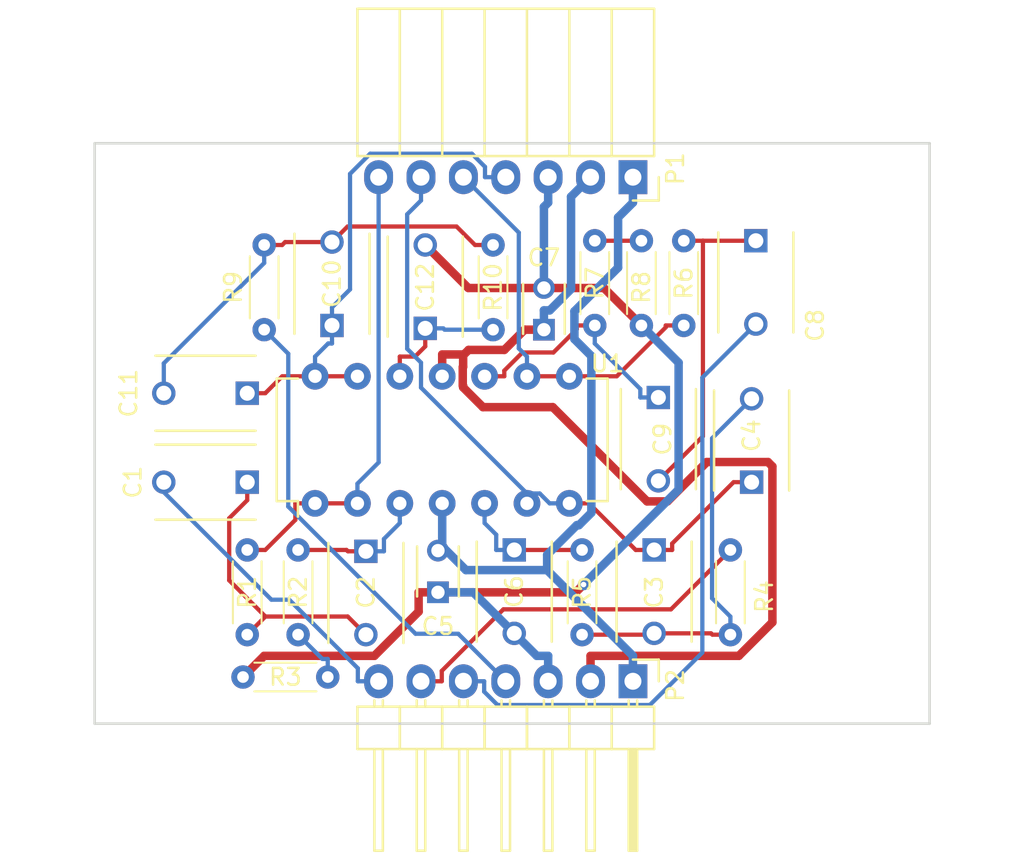
<source format=kicad_pcb>
(kicad_pcb (version 20171130) (host pcbnew "(5.1.12)-1")

  (general
    (thickness 1.6)
    (drawings 4)
    (tracks 205)
    (zones 0)
    (modules 29)
    (nets 22)
  )

  (page A4)
  (layers
    (0 F.Cu signal)
    (31 B.Cu signal)
    (32 B.Adhes user)
    (33 F.Adhes user)
    (34 B.Paste user)
    (35 F.Paste user)
    (36 B.SilkS user)
    (37 F.SilkS user)
    (38 B.Mask user)
    (39 F.Mask user)
    (40 Dwgs.User user)
    (41 Cmts.User user)
    (42 Eco1.User user)
    (43 Eco2.User user)
    (44 Edge.Cuts user)
    (45 Margin user)
    (46 B.CrtYd user)
    (47 F.CrtYd user)
    (48 B.Fab user)
    (49 F.Fab user)
  )

  (setup
    (last_trace_width 0.254)
    (trace_clearance 0.254)
    (zone_clearance 0.508)
    (zone_45_only no)
    (trace_min 0.1524)
    (via_size 0.6858)
    (via_drill 0.3302)
    (via_min_size 0.6858)
    (via_min_drill 0.3302)
    (uvia_size 0.127)
    (uvia_drill 0.0254)
    (uvias_allowed no)
    (uvia_min_size 0)
    (uvia_min_drill 0)
    (edge_width 0.15)
    (segment_width 0.2)
    (pcb_text_width 0.3)
    (pcb_text_size 1.5 1.5)
    (mod_edge_width 0.15)
    (mod_text_size 1 1)
    (mod_text_width 0.15)
    (pad_size 1.524 1.524)
    (pad_drill 0.762)
    (pad_to_mask_clearance 0.2)
    (aux_axis_origin 0 0)
    (visible_elements 7FFFFFFF)
    (pcbplotparams
      (layerselection 0x00030_80000001)
      (usegerberextensions false)
      (usegerberattributes true)
      (usegerberadvancedattributes true)
      (creategerberjobfile true)
      (excludeedgelayer true)
      (linewidth 0.100000)
      (plotframeref false)
      (viasonmask false)
      (mode 1)
      (useauxorigin false)
      (hpglpennumber 1)
      (hpglpenspeed 20)
      (hpglpendiameter 15.000000)
      (psnegative false)
      (psa4output false)
      (plotreference true)
      (plotvalue true)
      (plotinvisibletext false)
      (padsonsilk false)
      (subtractmaskfromsilk false)
      (outputformat 1)
      (mirror false)
      (drillshape 0)
      (scaleselection 1)
      (outputdirectory ""))
  )

  (net 0 "")
  (net 1 GND)
  (net 2 "Net-(C10-Pad2)")
  (net 3 "Net-(C12-Pad1)")
  (net 4 "Net-(C1-Pad1)")
  (net 5 "Net-(C6-Pad1)")
  (net 6 "Net-(R7-Pad1)")
  (net 7 /right_tweeter_ph)
  (net 8 /right_woofer_in)
  (net 9 "Net-(C2-Pad1)")
  (net 10 "Net-(C3-Pad2)")
  (net 11 +15V)
  (net 12 -15V)
  (net 13 "Net-(C8-Pad1)")
  (net 14 /left_tweeter_ph)
  (net 15 "Net-(C9-Pad1)")
  (net 16 /left_woofer_in)
  (net 17 "Net-(R2-Pad1)")
  (net 18 /right_low_out)
  (net 19 /left_low_out)
  (net 20 /left_high_out)
  (net 21 /right_high_out)

  (net_class Default "This is the default net class."
    (clearance 0.254)
    (trace_width 0.254)
    (via_dia 0.6858)
    (via_drill 0.3302)
    (uvia_dia 0.127)
    (uvia_drill 0.0254)
    (add_net /left_high_out)
    (add_net /left_low_out)
    (add_net /left_tweeter_ph)
    (add_net /left_woofer_in)
    (add_net /right_high_out)
    (add_net /right_low_out)
    (add_net /right_tweeter_ph)
    (add_net /right_woofer_in)
    (add_net "Net-(C1-Pad1)")
    (add_net "Net-(C10-Pad2)")
    (add_net "Net-(C12-Pad1)")
    (add_net "Net-(C2-Pad1)")
    (add_net "Net-(C3-Pad2)")
    (add_net "Net-(C6-Pad1)")
    (add_net "Net-(C8-Pad1)")
    (add_net "Net-(C9-Pad1)")
    (add_net "Net-(R2-Pad1)")
    (add_net "Net-(R7-Pad1)")
  )

  (net_class "Audio Out" ""
    (clearance 0.254)
    (trace_width 0.254)
    (via_dia 0.6858)
    (via_drill 0.3302)
    (uvia_dia 0.127)
    (uvia_drill 0.0254)
  )

  (net_class Power ""
    (clearance 0.254)
    (trace_width 0.508)
    (via_dia 0.6858)
    (via_drill 0.3302)
    (uvia_dia 0.127)
    (uvia_drill 0.0254)
    (add_net +15V)
    (add_net -15V)
    (add_net GND)
  )

  (module Mounting_Holes:MountingHole_3.2mm_M3 (layer F.Cu) (tedit 59122331) (tstamp 591228BD)
    (at 125.73 97.282)
    (descr "Mounting Hole 3.2mm, no annular, M3")
    (tags "mounting hole 3.2mm no annular m3")
    (fp_text reference mnt4 (at 0 -4.2) (layer F.SilkS) hide
      (effects (font (size 1 1) (thickness 0.15)))
    )
    (fp_text value MountingHole_3.2mm_M3 (at 0 4.2) (layer F.Fab)
      (effects (font (size 1 1) (thickness 0.15)))
    )
    (fp_circle (center 0 0) (end 3.45 0) (layer F.CrtYd) (width 0.05))
    (fp_circle (center 0 0) (end 3.2 0) (layer Cmts.User) (width 0.15))
    (pad 1 np_thru_hole circle (at 0 0) (size 3.2 3.2) (drill 3.2) (layers *.Cu *.Mask))
  )

  (module Mounting_Holes:MountingHole_3.2mm_M3 (layer F.Cu) (tedit 59122328) (tstamp 591228B6)
    (at 125.73 73.66)
    (descr "Mounting Hole 3.2mm, no annular, M3")
    (tags "mounting hole 3.2mm no annular m3")
    (fp_text reference mnt3 (at 0 -4.2) (layer F.SilkS) hide
      (effects (font (size 1 1) (thickness 0.15)))
    )
    (fp_text value MountingHole_3.2mm_M3 (at 0 4.2) (layer F.Fab)
      (effects (font (size 1 1) (thickness 0.15)))
    )
    (fp_circle (center 0 0) (end 3.45 0) (layer F.CrtYd) (width 0.05))
    (fp_circle (center 0 0) (end 3.2 0) (layer Cmts.User) (width 0.15))
    (pad 1 np_thru_hole circle (at 0 0) (size 3.2 3.2) (drill 3.2) (layers *.Cu *.Mask))
  )

  (module Mounting_Holes:MountingHole_3.2mm_M3 (layer F.Cu) (tedit 59122321) (tstamp 591228A4)
    (at 168.148 97.282)
    (descr "Mounting Hole 3.2mm, no annular, M3")
    (tags "mounting hole 3.2mm no annular m3")
    (fp_text reference mnt2 (at 0 -4.2) (layer F.SilkS) hide
      (effects (font (size 1 1) (thickness 0.15)))
    )
    (fp_text value MountingHole_3.2mm_M3 (at 0 4.2) (layer F.Fab)
      (effects (font (size 1 1) (thickness 0.15)))
    )
    (fp_circle (center 0 0) (end 3.45 0) (layer F.CrtYd) (width 0.05))
    (fp_circle (center 0 0) (end 3.2 0) (layer Cmts.User) (width 0.15))
    (pad 1 np_thru_hole circle (at 0 0) (size 3.2 3.2) (drill 3.2) (layers *.Cu *.Mask))
  )

  (module Capacitors_ThroughHole:C_Disc_D6_P5 (layer F.Cu) (tedit 0) (tstamp 58E560FD)
    (at 131.064 82.804 180)
    (descr "Capacitor 6mm Disc, Pitch 5mm")
    (tags Capacitor)
    (path /58E6BFC2)
    (fp_text reference C11 (at 7.112 0 270) (layer F.SilkS)
      (effects (font (size 1 1) (thickness 0.15)))
    )
    (fp_text value 100n (at 2.5 3.5 180) (layer F.Fab)
      (effects (font (size 1 1) (thickness 0.15)))
    )
    (fp_line (start 5.5 2.25) (end -0.5 2.25) (layer F.SilkS) (width 0.15))
    (fp_line (start -0.5 -2.25) (end 5.5 -2.25) (layer F.SilkS) (width 0.15))
    (fp_line (start -0.95 2.5) (end -0.95 -2.5) (layer F.CrtYd) (width 0.05))
    (fp_line (start 5.95 2.5) (end -0.95 2.5) (layer F.CrtYd) (width 0.05))
    (fp_line (start 5.95 -2.5) (end 5.95 2.5) (layer F.CrtYd) (width 0.05))
    (fp_line (start -0.95 -2.5) (end 5.95 -2.5) (layer F.CrtYd) (width 0.05))
    (pad 1 thru_hole rect (at 0 0 180) (size 1.4 1.4) (drill 0.9) (layers *.Cu *.Mask)
      (net 19 /left_low_out))
    (pad 2 thru_hole circle (at 5 0 180) (size 1.4 1.4) (drill 0.9) (layers *.Cu *.Mask)
      (net 2 "Net-(C10-Pad2)"))
    (model Capacitors_ThroughHole.3dshapes/C_Disc_D6_P5.wrl
      (offset (xyz 2.500000042453766 0 0))
      (scale (xyz 1 1 1))
      (rotate (xyz 0 0 0))
    )
  )

  (module Capacitors_ThroughHole:C_Disc_D6_P5 (layer F.Cu) (tedit 0) (tstamp 58E560F8)
    (at 136.144 78.74 90)
    (descr "Capacitor 6mm Disc, Pitch 5mm")
    (tags Capacitor)
    (path /58E1DC7C)
    (fp_text reference C10 (at 2.5 0 90) (layer F.SilkS)
      (effects (font (size 1 1) (thickness 0.15)))
    )
    (fp_text value 100n (at 2.5 3.5 90) (layer F.Fab)
      (effects (font (size 1 1) (thickness 0.15)))
    )
    (fp_line (start 5.5 2.25) (end -0.5 2.25) (layer F.SilkS) (width 0.15))
    (fp_line (start -0.5 -2.25) (end 5.5 -2.25) (layer F.SilkS) (width 0.15))
    (fp_line (start -0.95 2.5) (end -0.95 -2.5) (layer F.CrtYd) (width 0.05))
    (fp_line (start 5.95 2.5) (end -0.95 2.5) (layer F.CrtYd) (width 0.05))
    (fp_line (start 5.95 -2.5) (end 5.95 2.5) (layer F.CrtYd) (width 0.05))
    (fp_line (start -0.95 -2.5) (end 5.95 -2.5) (layer F.CrtYd) (width 0.05))
    (pad 1 thru_hole rect (at 0 0 90) (size 1.4 1.4) (drill 0.9) (layers *.Cu *.Mask)
      (net 19 /left_low_out))
    (pad 2 thru_hole circle (at 5 0 90) (size 1.4 1.4) (drill 0.9) (layers *.Cu *.Mask)
      (net 2 "Net-(C10-Pad2)"))
    (model Capacitors_ThroughHole.3dshapes/C_Disc_D6_P5.wrl
      (offset (xyz 2.500000042453766 0 0))
      (scale (xyz 1 1 1))
      (rotate (xyz 0 0 0))
    )
  )

  (module scimpy_library:R_Axial_DIN0204_L3.6mm_D1.6mm_P5.08mm_Horizontal (layer F.Cu) (tedit 5874F706) (tstamp 590BB11D)
    (at 160.02 92.202 270)
    (descr "Resistor, Axial_DIN0204 series, Axial, Horizontal, pin pitch=5.08mm, 0.16666666666666666W = 1/6W, length*diameter=3.6*1.6mm^2, http://cdn-reichelt.de/documents/datenblatt/B400/1_4W%23YAG.pdf")
    (tags "Resistor Axial_DIN0204 series Axial Horizontal pin pitch 5.08mm 0.16666666666666666W = 1/6W length 3.6mm diameter 1.6mm")
    (path /58E194B6)
    (fp_text reference R4 (at 2.794 -2.032 270) (layer F.SilkS)
      (effects (font (size 1 1) (thickness 0.15)))
    )
    (fp_text value R (at 2.54 1.86 270) (layer F.Fab)
      (effects (font (size 1 1) (thickness 0.15)))
    )
    (fp_line (start 6.05 -1.15) (end -0.95 -1.15) (layer F.CrtYd) (width 0.05))
    (fp_line (start 6.05 1.15) (end 6.05 -1.15) (layer F.CrtYd) (width 0.05))
    (fp_line (start -0.95 1.15) (end 6.05 1.15) (layer F.CrtYd) (width 0.05))
    (fp_line (start -0.95 -1.15) (end -0.95 1.15) (layer F.CrtYd) (width 0.05))
    (fp_line (start 0.68 0.86) (end 4.4 0.86) (layer F.SilkS) (width 0.12))
    (fp_line (start 0.68 -0.86) (end 4.4 -0.86) (layer F.SilkS) (width 0.12))
    (fp_line (start 5.08 0) (end 4.34 0) (layer F.Fab) (width 0.1))
    (fp_line (start 0 0) (end 0.74 0) (layer F.Fab) (width 0.1))
    (fp_line (start 4.34 -0.8) (end 0.74 -0.8) (layer F.Fab) (width 0.1))
    (fp_line (start 4.34 0.8) (end 4.34 -0.8) (layer F.Fab) (width 0.1))
    (fp_line (start 0.74 0.8) (end 4.34 0.8) (layer F.Fab) (width 0.1))
    (fp_line (start 0.74 -0.8) (end 0.74 0.8) (layer F.Fab) (width 0.1))
    (pad 1 thru_hole circle (at 0 0 270) (size 1.4 1.4) (drill 0.7) (layers *.Cu *.Mask)
      (net 8 /right_woofer_in))
    (pad 2 thru_hole oval (at 5.08 0 270) (size 1.4 1.4) (drill 0.7) (layers *.Cu *.Mask)
      (net 10 "Net-(C3-Pad2)"))
    (model Resistors_THT.3dshapes/R_Axial_DIN0204_L3.6mm_D1.6mm_P5.08mm_Horizontal.wrl
      (at (xyz 0 0 0))
      (scale (xyz 0.393701 0.393701 0.393701))
      (rotate (xyz 0 0 0))
    )
    (model ../../../../../home/showard/scimpy/scimpy/boards/3dshapes/Resistors_THT.3dshapes/R_Axial_DIN0204_L3.6mm_D1.6mm_P5.08mm_Horizontal.wrl
      (at (xyz 0 0 0))
      (scale (xyz 0.393701 0.393701 0.393701))
      (rotate (xyz 0 0 0))
    )
  )

  (module scimpy_library:R_Axial_DIN0204_L3.6mm_D1.6mm_P5.08mm_Horizontal (layer F.Cu) (tedit 5874F706) (tstamp 590BB122)
    (at 151.13 92.202 270)
    (descr "Resistor, Axial_DIN0204 series, Axial, Horizontal, pin pitch=5.08mm, 0.16666666666666666W = 1/6W, length*diameter=3.6*1.6mm^2, http://cdn-reichelt.de/documents/datenblatt/B400/1_4W%23YAG.pdf")
    (tags "Resistor Axial_DIN0204 series Axial Horizontal pin pitch 5.08mm 0.16666666666666666W = 1/6W length 3.6mm diameter 1.6mm")
    (path /58E19339)
    (fp_text reference R5 (at 2.54 0 270) (layer F.SilkS)
      (effects (font (size 1 1) (thickness 0.15)))
    )
    (fp_text value R (at 2.54 1.86 270) (layer F.Fab)
      (effects (font (size 1 1) (thickness 0.15)))
    )
    (fp_line (start 6.05 -1.15) (end -0.95 -1.15) (layer F.CrtYd) (width 0.05))
    (fp_line (start 6.05 1.15) (end 6.05 -1.15) (layer F.CrtYd) (width 0.05))
    (fp_line (start -0.95 1.15) (end 6.05 1.15) (layer F.CrtYd) (width 0.05))
    (fp_line (start -0.95 -1.15) (end -0.95 1.15) (layer F.CrtYd) (width 0.05))
    (fp_line (start 0.68 0.86) (end 4.4 0.86) (layer F.SilkS) (width 0.12))
    (fp_line (start 0.68 -0.86) (end 4.4 -0.86) (layer F.SilkS) (width 0.12))
    (fp_line (start 5.08 0) (end 4.34 0) (layer F.Fab) (width 0.1))
    (fp_line (start 0 0) (end 0.74 0) (layer F.Fab) (width 0.1))
    (fp_line (start 4.34 -0.8) (end 0.74 -0.8) (layer F.Fab) (width 0.1))
    (fp_line (start 4.34 0.8) (end 4.34 -0.8) (layer F.Fab) (width 0.1))
    (fp_line (start 0.74 0.8) (end 4.34 0.8) (layer F.Fab) (width 0.1))
    (fp_line (start 0.74 -0.8) (end 0.74 0.8) (layer F.Fab) (width 0.1))
    (pad 1 thru_hole circle (at 0 0 270) (size 1.4 1.4) (drill 0.7) (layers *.Cu *.Mask)
      (net 5 "Net-(C6-Pad1)"))
    (pad 2 thru_hole oval (at 5.08 0 270) (size 1.4 1.4) (drill 0.7) (layers *.Cu *.Mask)
      (net 10 "Net-(C3-Pad2)"))
    (model Resistors_THT.3dshapes/R_Axial_DIN0204_L3.6mm_D1.6mm_P5.08mm_Horizontal.wrl
      (at (xyz 0 0 0))
      (scale (xyz 0.393701 0.393701 0.393701))
      (rotate (xyz 0 0 0))
    )
    (model ../../../../../home/showard/scimpy/scimpy/boards/3dshapes/Resistors_THT.3dshapes/R_Axial_DIN0204_L3.6mm_D1.6mm_P5.08mm_Horizontal.wrl
      (at (xyz 0 0 0))
      (scale (xyz 0.393701 0.393701 0.393701))
      (rotate (xyz 0 0 0))
    )
  )

  (module scimpy_library:R_Axial_DIN0204_L3.6mm_D1.6mm_P5.08mm_Horizontal (layer F.Cu) (tedit 5874F706) (tstamp 590BB127)
    (at 157.226 73.66 270)
    (descr "Resistor, Axial_DIN0204 series, Axial, Horizontal, pin pitch=5.08mm, 0.16666666666666666W = 1/6W, length*diameter=3.6*1.6mm^2, http://cdn-reichelt.de/documents/datenblatt/B400/1_4W%23YAG.pdf")
    (tags "Resistor Axial_DIN0204 series Axial Horizontal pin pitch 5.08mm 0.16666666666666666W = 1/6W length 3.6mm diameter 1.6mm")
    (path /58E1DCB6)
    (fp_text reference R6 (at 2.54 0 270) (layer F.SilkS)
      (effects (font (size 1 1) (thickness 0.15)))
    )
    (fp_text value R (at 2.54 1.86 270) (layer F.Fab)
      (effects (font (size 1 1) (thickness 0.15)))
    )
    (fp_line (start 6.05 -1.15) (end -0.95 -1.15) (layer F.CrtYd) (width 0.05))
    (fp_line (start 6.05 1.15) (end 6.05 -1.15) (layer F.CrtYd) (width 0.05))
    (fp_line (start -0.95 1.15) (end 6.05 1.15) (layer F.CrtYd) (width 0.05))
    (fp_line (start -0.95 -1.15) (end -0.95 1.15) (layer F.CrtYd) (width 0.05))
    (fp_line (start 0.68 0.86) (end 4.4 0.86) (layer F.SilkS) (width 0.12))
    (fp_line (start 0.68 -0.86) (end 4.4 -0.86) (layer F.SilkS) (width 0.12))
    (fp_line (start 5.08 0) (end 4.34 0) (layer F.Fab) (width 0.1))
    (fp_line (start 0 0) (end 0.74 0) (layer F.Fab) (width 0.1))
    (fp_line (start 4.34 -0.8) (end 0.74 -0.8) (layer F.Fab) (width 0.1))
    (fp_line (start 4.34 0.8) (end 4.34 -0.8) (layer F.Fab) (width 0.1))
    (fp_line (start 0.74 0.8) (end 4.34 0.8) (layer F.Fab) (width 0.1))
    (fp_line (start 0.74 -0.8) (end 0.74 0.8) (layer F.Fab) (width 0.1))
    (pad 1 thru_hole circle (at 0 0 270) (size 1.4 1.4) (drill 0.7) (layers *.Cu *.Mask)
      (net 13 "Net-(C8-Pad1)"))
    (pad 2 thru_hole oval (at 5.08 0 270) (size 1.4 1.4) (drill 0.7) (layers *.Cu *.Mask)
      (net 20 /left_high_out))
    (model Resistors_THT.3dshapes/R_Axial_DIN0204_L3.6mm_D1.6mm_P5.08mm_Horizontal.wrl
      (at (xyz 0 0 0))
      (scale (xyz 0.393701 0.393701 0.393701))
      (rotate (xyz 0 0 0))
    )
    (model ../../../../../home/showard/scimpy/scimpy/boards/3dshapes/Resistors_THT.3dshapes/R_Axial_DIN0204_L3.6mm_D1.6mm_P5.08mm_Horizontal.wrl
      (at (xyz 0 0 0))
      (scale (xyz 0.393701 0.393701 0.393701))
      (rotate (xyz 0 0 0))
    )
  )

  (module scimpy_library:R_Axial_DIN0204_L3.6mm_D1.6mm_P5.08mm_Horizontal (layer F.Cu) (tedit 5874F706) (tstamp 590BB12C)
    (at 151.892 73.66 270)
    (descr "Resistor, Axial_DIN0204 series, Axial, Horizontal, pin pitch=5.08mm, 0.16666666666666666W = 1/6W, length*diameter=3.6*1.6mm^2, http://cdn-reichelt.de/documents/datenblatt/B400/1_4W%23YAG.pdf")
    (tags "Resistor Axial_DIN0204 series Axial Horizontal pin pitch 5.08mm 0.16666666666666666W = 1/6W length 3.6mm diameter 1.6mm")
    (path /58E1DCBC)
    (fp_text reference R7 (at 2.54 0 270) (layer F.SilkS)
      (effects (font (size 1 1) (thickness 0.15)))
    )
    (fp_text value R (at 2.54 1.86 270) (layer F.Fab)
      (effects (font (size 1 1) (thickness 0.15)))
    )
    (fp_line (start 6.05 -1.15) (end -0.95 -1.15) (layer F.CrtYd) (width 0.05))
    (fp_line (start 6.05 1.15) (end 6.05 -1.15) (layer F.CrtYd) (width 0.05))
    (fp_line (start -0.95 1.15) (end 6.05 1.15) (layer F.CrtYd) (width 0.05))
    (fp_line (start -0.95 -1.15) (end -0.95 1.15) (layer F.CrtYd) (width 0.05))
    (fp_line (start 0.68 0.86) (end 4.4 0.86) (layer F.SilkS) (width 0.12))
    (fp_line (start 0.68 -0.86) (end 4.4 -0.86) (layer F.SilkS) (width 0.12))
    (fp_line (start 5.08 0) (end 4.34 0) (layer F.Fab) (width 0.1))
    (fp_line (start 0 0) (end 0.74 0) (layer F.Fab) (width 0.1))
    (fp_line (start 4.34 -0.8) (end 0.74 -0.8) (layer F.Fab) (width 0.1))
    (fp_line (start 4.34 0.8) (end 4.34 -0.8) (layer F.Fab) (width 0.1))
    (fp_line (start 0.74 0.8) (end 4.34 0.8) (layer F.Fab) (width 0.1))
    (fp_line (start 0.74 -0.8) (end 0.74 0.8) (layer F.Fab) (width 0.1))
    (pad 1 thru_hole circle (at 0 0 270) (size 1.4 1.4) (drill 0.7) (layers *.Cu *.Mask)
      (net 6 "Net-(R7-Pad1)"))
    (pad 2 thru_hole oval (at 5.08 0 270) (size 1.4 1.4) (drill 0.7) (layers *.Cu *.Mask)
      (net 15 "Net-(C9-Pad1)"))
    (model Resistors_THT.3dshapes/R_Axial_DIN0204_L3.6mm_D1.6mm_P5.08mm_Horizontal.wrl
      (at (xyz 0 0 0))
      (scale (xyz 0.393701 0.393701 0.393701))
      (rotate (xyz 0 0 0))
    )
    (model ../../../../../home/showard/scimpy/scimpy/boards/3dshapes/Resistors_THT.3dshapes/R_Axial_DIN0204_L3.6mm_D1.6mm_P5.08mm_Horizontal.wrl
      (at (xyz 0 0 0))
      (scale (xyz 0.393701 0.393701 0.393701))
      (rotate (xyz 0 0 0))
    )
  )

  (module scimpy_library:R_Axial_DIN0204_L3.6mm_D1.6mm_P5.08mm_Horizontal (layer F.Cu) (tedit 5874F706) (tstamp 590BB131)
    (at 154.686 78.74 90)
    (descr "Resistor, Axial_DIN0204 series, Axial, Horizontal, pin pitch=5.08mm, 0.16666666666666666W = 1/6W, length*diameter=3.6*1.6mm^2, http://cdn-reichelt.de/documents/datenblatt/B400/1_4W%23YAG.pdf")
    (tags "Resistor Axial_DIN0204 series Axial Horizontal pin pitch 5.08mm 0.16666666666666666W = 1/6W length 3.6mm diameter 1.6mm")
    (path /58EEC602)
    (fp_text reference R8 (at 2.286 0 90) (layer F.SilkS)
      (effects (font (size 1 1) (thickness 0.15)))
    )
    (fp_text value R (at 2.54 1.86 90) (layer F.Fab)
      (effects (font (size 1 1) (thickness 0.15)))
    )
    (fp_line (start 6.05 -1.15) (end -0.95 -1.15) (layer F.CrtYd) (width 0.05))
    (fp_line (start 6.05 1.15) (end 6.05 -1.15) (layer F.CrtYd) (width 0.05))
    (fp_line (start -0.95 1.15) (end 6.05 1.15) (layer F.CrtYd) (width 0.05))
    (fp_line (start -0.95 -1.15) (end -0.95 1.15) (layer F.CrtYd) (width 0.05))
    (fp_line (start 0.68 0.86) (end 4.4 0.86) (layer F.SilkS) (width 0.12))
    (fp_line (start 0.68 -0.86) (end 4.4 -0.86) (layer F.SilkS) (width 0.12))
    (fp_line (start 5.08 0) (end 4.34 0) (layer F.Fab) (width 0.1))
    (fp_line (start 0 0) (end 0.74 0) (layer F.Fab) (width 0.1))
    (fp_line (start 4.34 -0.8) (end 0.74 -0.8) (layer F.Fab) (width 0.1))
    (fp_line (start 4.34 0.8) (end 4.34 -0.8) (layer F.Fab) (width 0.1))
    (fp_line (start 0.74 0.8) (end 4.34 0.8) (layer F.Fab) (width 0.1))
    (fp_line (start 0.74 -0.8) (end 0.74 0.8) (layer F.Fab) (width 0.1))
    (pad 1 thru_hole circle (at 0 0 90) (size 1.4 1.4) (drill 0.7) (layers *.Cu *.Mask)
      (net 1 GND))
    (pad 2 thru_hole oval (at 5.08 0 90) (size 1.4 1.4) (drill 0.7) (layers *.Cu *.Mask)
      (net 6 "Net-(R7-Pad1)"))
    (model Resistors_THT.3dshapes/R_Axial_DIN0204_L3.6mm_D1.6mm_P5.08mm_Horizontal.wrl
      (at (xyz 0 0 0))
      (scale (xyz 0.393701 0.393701 0.393701))
      (rotate (xyz 0 0 0))
    )
    (model ../../../../../home/showard/scimpy/scimpy/boards/3dshapes/Resistors_THT.3dshapes/R_Axial_DIN0204_L3.6mm_D1.6mm_P5.08mm_Horizontal.wrl
      (at (xyz 0 0 0))
      (scale (xyz 0.393701 0.393701 0.393701))
      (rotate (xyz 0 0 0))
    )
  )

  (module scimpy_library:R_Axial_DIN0204_L3.6mm_D1.6mm_P5.08mm_Horizontal (layer F.Cu) (tedit 5874F706) (tstamp 590BB136)
    (at 132.08 78.994 90)
    (descr "Resistor, Axial_DIN0204 series, Axial, Horizontal, pin pitch=5.08mm, 0.16666666666666666W = 1/6W, length*diameter=3.6*1.6mm^2, http://cdn-reichelt.de/documents/datenblatt/B400/1_4W%23YAG.pdf")
    (tags "Resistor Axial_DIN0204 series Axial Horizontal pin pitch 5.08mm 0.16666666666666666W = 1/6W length 3.6mm diameter 1.6mm")
    (path /58E1DC88)
    (fp_text reference R9 (at 2.54 -1.86 90) (layer F.SilkS)
      (effects (font (size 1 1) (thickness 0.15)))
    )
    (fp_text value R (at 2.54 1.86 90) (layer F.Fab)
      (effects (font (size 1 1) (thickness 0.15)))
    )
    (fp_line (start 6.05 -1.15) (end -0.95 -1.15) (layer F.CrtYd) (width 0.05))
    (fp_line (start 6.05 1.15) (end 6.05 -1.15) (layer F.CrtYd) (width 0.05))
    (fp_line (start -0.95 1.15) (end 6.05 1.15) (layer F.CrtYd) (width 0.05))
    (fp_line (start -0.95 -1.15) (end -0.95 1.15) (layer F.CrtYd) (width 0.05))
    (fp_line (start 0.68 0.86) (end 4.4 0.86) (layer F.SilkS) (width 0.12))
    (fp_line (start 0.68 -0.86) (end 4.4 -0.86) (layer F.SilkS) (width 0.12))
    (fp_line (start 5.08 0) (end 4.34 0) (layer F.Fab) (width 0.1))
    (fp_line (start 0 0) (end 0.74 0) (layer F.Fab) (width 0.1))
    (fp_line (start 4.34 -0.8) (end 0.74 -0.8) (layer F.Fab) (width 0.1))
    (fp_line (start 4.34 0.8) (end 4.34 -0.8) (layer F.Fab) (width 0.1))
    (fp_line (start 0.74 0.8) (end 4.34 0.8) (layer F.Fab) (width 0.1))
    (fp_line (start 0.74 -0.8) (end 0.74 0.8) (layer F.Fab) (width 0.1))
    (pad 1 thru_hole circle (at 0 0 90) (size 1.4 1.4) (drill 0.7) (layers *.Cu *.Mask)
      (net 16 /left_woofer_in))
    (pad 2 thru_hole oval (at 5.08 0 90) (size 1.4 1.4) (drill 0.7) (layers *.Cu *.Mask)
      (net 2 "Net-(C10-Pad2)"))
    (model Resistors_THT.3dshapes/R_Axial_DIN0204_L3.6mm_D1.6mm_P5.08mm_Horizontal.wrl
      (at (xyz 0 0 0))
      (scale (xyz 0.393701 0.393701 0.393701))
      (rotate (xyz 0 0 0))
    )
    (model ../../../../../home/showard/scimpy/scimpy/boards/3dshapes/Resistors_THT.3dshapes/R_Axial_DIN0204_L3.6mm_D1.6mm_P5.08mm_Horizontal.wrl
      (at (xyz 0 0 0))
      (scale (xyz 0.393701 0.393701 0.393701))
      (rotate (xyz 0 0 0))
    )
  )

  (module scimpy_library:R_Axial_DIN0204_L3.6mm_D1.6mm_P5.08mm_Horizontal (layer F.Cu) (tedit 5874F706) (tstamp 590BB13B)
    (at 145.796 78.994 90)
    (descr "Resistor, Axial_DIN0204 series, Axial, Horizontal, pin pitch=5.08mm, 0.16666666666666666W = 1/6W, length*diameter=3.6*1.6mm^2, http://cdn-reichelt.de/documents/datenblatt/B400/1_4W%23YAG.pdf")
    (tags "Resistor Axial_DIN0204 series Axial Horizontal pin pitch 5.08mm 0.16666666666666666W = 1/6W length 3.6mm diameter 1.6mm")
    (path /58E1DC82)
    (fp_text reference R10 (at 2.54 0 90) (layer F.SilkS)
      (effects (font (size 1 1) (thickness 0.15)))
    )
    (fp_text value R (at 2.54 1.86 90) (layer F.Fab)
      (effects (font (size 1 1) (thickness 0.15)))
    )
    (fp_line (start 6.05 -1.15) (end -0.95 -1.15) (layer F.CrtYd) (width 0.05))
    (fp_line (start 6.05 1.15) (end 6.05 -1.15) (layer F.CrtYd) (width 0.05))
    (fp_line (start -0.95 1.15) (end 6.05 1.15) (layer F.CrtYd) (width 0.05))
    (fp_line (start -0.95 -1.15) (end -0.95 1.15) (layer F.CrtYd) (width 0.05))
    (fp_line (start 0.68 0.86) (end 4.4 0.86) (layer F.SilkS) (width 0.12))
    (fp_line (start 0.68 -0.86) (end 4.4 -0.86) (layer F.SilkS) (width 0.12))
    (fp_line (start 5.08 0) (end 4.34 0) (layer F.Fab) (width 0.1))
    (fp_line (start 0 0) (end 0.74 0) (layer F.Fab) (width 0.1))
    (fp_line (start 4.34 -0.8) (end 0.74 -0.8) (layer F.Fab) (width 0.1))
    (fp_line (start 4.34 0.8) (end 4.34 -0.8) (layer F.Fab) (width 0.1))
    (fp_line (start 0.74 0.8) (end 4.34 0.8) (layer F.Fab) (width 0.1))
    (fp_line (start 0.74 -0.8) (end 0.74 0.8) (layer F.Fab) (width 0.1))
    (pad 1 thru_hole circle (at 0 0 90) (size 1.4 1.4) (drill 0.7) (layers *.Cu *.Mask)
      (net 3 "Net-(C12-Pad1)"))
    (pad 2 thru_hole oval (at 5.08 0 90) (size 1.4 1.4) (drill 0.7) (layers *.Cu *.Mask)
      (net 2 "Net-(C10-Pad2)"))
    (model Resistors_THT.3dshapes/R_Axial_DIN0204_L3.6mm_D1.6mm_P5.08mm_Horizontal.wrl
      (at (xyz 0 0 0))
      (scale (xyz 0.393701 0.393701 0.393701))
      (rotate (xyz 0 0 0))
    )
    (model ../../../../../home/showard/scimpy/scimpy/boards/3dshapes/Resistors_THT.3dshapes/R_Axial_DIN0204_L3.6mm_D1.6mm_P5.08mm_Horizontal.wrl
      (at (xyz 0 0 0))
      (scale (xyz 0.393701 0.393701 0.393701))
      (rotate (xyz 0 0 0))
    )
  )

  (module scimpy_library:R_Axial_DIN0204_L3.6mm_D1.6mm_P5.08mm_Horizontal (layer F.Cu) (tedit 5874F706) (tstamp 590CAA9E)
    (at 131.064 97.282 90)
    (descr "Resistor, Axial_DIN0204 series, Axial, Horizontal, pin pitch=5.08mm, 0.16666666666666666W = 1/6W, length*diameter=3.6*1.6mm^2, http://cdn-reichelt.de/documents/datenblatt/B400/1_4W%23YAG.pdf")
    (tags "Resistor Axial_DIN0204 series Axial Horizontal pin pitch 5.08mm 0.16666666666666666W = 1/6W length 3.6mm diameter 1.6mm")
    (path /58E19D05)
    (fp_text reference R1 (at 2.54 0 90) (layer F.SilkS)
      (effects (font (size 1 1) (thickness 0.15)))
    )
    (fp_text value R (at 2.54 1.86 90) (layer F.Fab)
      (effects (font (size 1 1) (thickness 0.15)))
    )
    (fp_line (start 6.05 -1.15) (end -0.95 -1.15) (layer F.CrtYd) (width 0.05))
    (fp_line (start 6.05 1.15) (end 6.05 -1.15) (layer F.CrtYd) (width 0.05))
    (fp_line (start -0.95 1.15) (end 6.05 1.15) (layer F.CrtYd) (width 0.05))
    (fp_line (start -0.95 -1.15) (end -0.95 1.15) (layer F.CrtYd) (width 0.05))
    (fp_line (start 0.68 0.86) (end 4.4 0.86) (layer F.SilkS) (width 0.12))
    (fp_line (start 0.68 -0.86) (end 4.4 -0.86) (layer F.SilkS) (width 0.12))
    (fp_line (start 5.08 0) (end 4.34 0) (layer F.Fab) (width 0.1))
    (fp_line (start 0 0) (end 0.74 0) (layer F.Fab) (width 0.1))
    (fp_line (start 4.34 -0.8) (end 0.74 -0.8) (layer F.Fab) (width 0.1))
    (fp_line (start 4.34 0.8) (end 4.34 -0.8) (layer F.Fab) (width 0.1))
    (fp_line (start 0.74 0.8) (end 4.34 0.8) (layer F.Fab) (width 0.1))
    (fp_line (start 0.74 -0.8) (end 0.74 0.8) (layer F.Fab) (width 0.1))
    (pad 1 thru_hole circle (at 0 0 90) (size 1.4 1.4) (drill 0.7) (layers *.Cu *.Mask)
      (net 4 "Net-(C1-Pad1)"))
    (pad 2 thru_hole oval (at 5.08 0 90) (size 1.4 1.4) (drill 0.7) (layers *.Cu *.Mask)
      (net 21 /right_high_out))
    (model Resistors_THT.3dshapes/R_Axial_DIN0204_L3.6mm_D1.6mm_P5.08mm_Horizontal.wrl
      (at (xyz 0 0 0))
      (scale (xyz 0.393701 0.393701 0.393701))
      (rotate (xyz 0 0 0))
    )
    (model ../../../../../home/showard/scimpy/scimpy/boards/3dshapes/Resistors_THT.3dshapes/R_Axial_DIN0204_L3.6mm_D1.6mm_P5.08mm_Horizontal.wrl
      (at (xyz 0 0 0))
      (scale (xyz 0.393701 0.393701 0.393701))
      (rotate (xyz 0 0 0))
    )
  )

  (module Capacitors_ThroughHole:C_Disc_D6_P5 (layer F.Cu) (tedit 0) (tstamp 590F1C80)
    (at 131.064 88.138 180)
    (descr "Capacitor 6mm Disc, Pitch 5mm")
    (tags Capacitor)
    (path /58E19CAF)
    (fp_text reference C1 (at 6.858 0 270) (layer F.SilkS)
      (effects (font (size 1 1) (thickness 0.15)))
    )
    (fp_text value 100n (at 2.5 3.5 180) (layer F.Fab)
      (effects (font (size 1 1) (thickness 0.15)))
    )
    (fp_line (start 5.5 2.25) (end -0.5 2.25) (layer F.SilkS) (width 0.15))
    (fp_line (start -0.5 -2.25) (end 5.5 -2.25) (layer F.SilkS) (width 0.15))
    (fp_line (start -0.95 2.5) (end -0.95 -2.5) (layer F.CrtYd) (width 0.05))
    (fp_line (start 5.95 2.5) (end -0.95 2.5) (layer F.CrtYd) (width 0.05))
    (fp_line (start 5.95 -2.5) (end 5.95 2.5) (layer F.CrtYd) (width 0.05))
    (fp_line (start -0.95 -2.5) (end 5.95 -2.5) (layer F.CrtYd) (width 0.05))
    (pad 1 thru_hole rect (at 0 0 180) (size 1.4 1.4) (drill 0.9) (layers *.Cu *.Mask)
      (net 4 "Net-(C1-Pad1)"))
    (pad 2 thru_hole circle (at 5 0 180) (size 1.4 1.4) (drill 0.9) (layers *.Cu *.Mask)
      (net 7 /right_tweeter_ph))
    (model Capacitors_ThroughHole.3dshapes/C_Disc_D6_P5.wrl
      (offset (xyz 2.500000042453766 0 0))
      (scale (xyz 1 1 1))
      (rotate (xyz 0 0 0))
    )
  )

  (module Capacitors_ThroughHole:C_Disc_D6_P5 (layer F.Cu) (tedit 0) (tstamp 590F1C8B)
    (at 138.176 92.282 270)
    (descr "Capacitor 6mm Disc, Pitch 5mm")
    (tags Capacitor)
    (path /58E19B26)
    (fp_text reference C2 (at 2.46 0 270) (layer F.SilkS)
      (effects (font (size 1 1) (thickness 0.15)))
    )
    (fp_text value 100n (at 2.5 3.5 270) (layer F.Fab)
      (effects (font (size 1 1) (thickness 0.15)))
    )
    (fp_line (start 5.5 2.25) (end -0.5 2.25) (layer F.SilkS) (width 0.15))
    (fp_line (start -0.5 -2.25) (end 5.5 -2.25) (layer F.SilkS) (width 0.15))
    (fp_line (start -0.95 2.5) (end -0.95 -2.5) (layer F.CrtYd) (width 0.05))
    (fp_line (start 5.95 2.5) (end -0.95 2.5) (layer F.CrtYd) (width 0.05))
    (fp_line (start 5.95 -2.5) (end 5.95 2.5) (layer F.CrtYd) (width 0.05))
    (fp_line (start -0.95 -2.5) (end 5.95 -2.5) (layer F.CrtYd) (width 0.05))
    (pad 1 thru_hole rect (at 0 0 270) (size 1.4 1.4) (drill 0.9) (layers *.Cu *.Mask)
      (net 9 "Net-(C2-Pad1)"))
    (pad 2 thru_hole circle (at 5 0 270) (size 1.4 1.4) (drill 0.9) (layers *.Cu *.Mask)
      (net 4 "Net-(C1-Pad1)"))
    (model Capacitors_ThroughHole.3dshapes/C_Disc_D6_P5.wrl
      (offset (xyz 2.500000042453766 0 0))
      (scale (xyz 1 1 1))
      (rotate (xyz 0 0 0))
    )
  )

  (module Capacitors_ThroughHole:C_Disc_D6_P5 (layer F.Cu) (tedit 0) (tstamp 590F1C96)
    (at 161.29 88.138 90)
    (descr "Capacitor 6mm Disc, Pitch 5mm")
    (tags Capacitor)
    (path /58E6BB5A)
    (fp_text reference C4 (at 2.794 0 90) (layer F.SilkS)
      (effects (font (size 1 1) (thickness 0.15)))
    )
    (fp_text value 100n (at 2.5 3.5 90) (layer F.Fab)
      (effects (font (size 1 1) (thickness 0.15)))
    )
    (fp_line (start 5.5 2.25) (end -0.5 2.25) (layer F.SilkS) (width 0.15))
    (fp_line (start -0.5 -2.25) (end 5.5 -2.25) (layer F.SilkS) (width 0.15))
    (fp_line (start -0.95 2.5) (end -0.95 -2.5) (layer F.CrtYd) (width 0.05))
    (fp_line (start 5.95 2.5) (end -0.95 2.5) (layer F.CrtYd) (width 0.05))
    (fp_line (start 5.95 -2.5) (end 5.95 2.5) (layer F.CrtYd) (width 0.05))
    (fp_line (start -0.95 -2.5) (end 5.95 -2.5) (layer F.CrtYd) (width 0.05))
    (pad 1 thru_hole rect (at 0 0 90) (size 1.4 1.4) (drill 0.9) (layers *.Cu *.Mask)
      (net 18 /right_low_out))
    (pad 2 thru_hole circle (at 5 0 90) (size 1.4 1.4) (drill 0.9) (layers *.Cu *.Mask)
      (net 10 "Net-(C3-Pad2)"))
    (model Capacitors_ThroughHole.3dshapes/C_Disc_D6_P5.wrl
      (offset (xyz 2.500000042453766 0 0))
      (scale (xyz 1 1 1))
      (rotate (xyz 0 0 0))
    )
  )

  (module Capacitors_ThroughHole:C_Disc_D6_P5 (layer F.Cu) (tedit 0) (tstamp 590F1CAC)
    (at 147.066 92.202 270)
    (descr "Capacitor 6mm Disc, Pitch 5mm")
    (tags Capacitor)
    (path /58E19643)
    (fp_text reference C6 (at 2.5 0 270) (layer F.SilkS)
      (effects (font (size 1 1) (thickness 0.15)))
    )
    (fp_text value 100n (at 2.5 3.5 270) (layer F.Fab)
      (effects (font (size 1 1) (thickness 0.15)))
    )
    (fp_line (start 5.5 2.25) (end -0.5 2.25) (layer F.SilkS) (width 0.15))
    (fp_line (start -0.5 -2.25) (end 5.5 -2.25) (layer F.SilkS) (width 0.15))
    (fp_line (start -0.95 2.5) (end -0.95 -2.5) (layer F.CrtYd) (width 0.05))
    (fp_line (start 5.95 2.5) (end -0.95 2.5) (layer F.CrtYd) (width 0.05))
    (fp_line (start 5.95 -2.5) (end 5.95 2.5) (layer F.CrtYd) (width 0.05))
    (fp_line (start -0.95 -2.5) (end 5.95 -2.5) (layer F.CrtYd) (width 0.05))
    (pad 1 thru_hole rect (at 0 0 270) (size 1.4 1.4) (drill 0.9) (layers *.Cu *.Mask)
      (net 5 "Net-(C6-Pad1)"))
    (pad 2 thru_hole circle (at 5 0 270) (size 1.4 1.4) (drill 0.9) (layers *.Cu *.Mask)
      (net 1 GND))
    (model Capacitors_ThroughHole.3dshapes/C_Disc_D6_P5.wrl
      (offset (xyz 2.500000042453766 0 0))
      (scale (xyz 1 1 1))
      (rotate (xyz 0 0 0))
    )
  )

  (module Capacitors_ThroughHole:C_Disc_D6_P5 (layer F.Cu) (tedit 0) (tstamp 590F1CC2)
    (at 155.702 83.058 270)
    (descr "Capacitor 6mm Disc, Pitch 5mm")
    (tags Capacitor)
    (path /58E1DCAA)
    (fp_text reference C9 (at 2.5 -0.254 270) (layer F.SilkS)
      (effects (font (size 1 1) (thickness 0.15)))
    )
    (fp_text value 100n (at 2.5 3.5 270) (layer F.Fab)
      (effects (font (size 1 1) (thickness 0.15)))
    )
    (fp_line (start 5.5 2.25) (end -0.5 2.25) (layer F.SilkS) (width 0.15))
    (fp_line (start -0.5 -2.25) (end 5.5 -2.25) (layer F.SilkS) (width 0.15))
    (fp_line (start -0.95 2.5) (end -0.95 -2.5) (layer F.CrtYd) (width 0.05))
    (fp_line (start 5.95 2.5) (end -0.95 2.5) (layer F.CrtYd) (width 0.05))
    (fp_line (start 5.95 -2.5) (end 5.95 2.5) (layer F.CrtYd) (width 0.05))
    (fp_line (start -0.95 -2.5) (end 5.95 -2.5) (layer F.CrtYd) (width 0.05))
    (pad 1 thru_hole rect (at 0 0 270) (size 1.4 1.4) (drill 0.9) (layers *.Cu *.Mask)
      (net 15 "Net-(C9-Pad1)"))
    (pad 2 thru_hole circle (at 5 0 270) (size 1.4 1.4) (drill 0.9) (layers *.Cu *.Mask)
      (net 13 "Net-(C8-Pad1)"))
    (model Capacitors_ThroughHole.3dshapes/C_Disc_D6_P5.wrl
      (offset (xyz 2.500000042453766 0 0))
      (scale (xyz 1 1 1))
      (rotate (xyz 0 0 0))
    )
  )

  (module scimpy_library:R_Axial_DIN0204_L3.6mm_D1.6mm_P5.08mm_Horizontal (layer F.Cu) (tedit 5874F706) (tstamp 590F1CF9)
    (at 134.112 97.282 90)
    (descr "Resistor, Axial_DIN0204 series, Axial, Horizontal, pin pitch=5.08mm, 0.16666666666666666W = 1/6W, length*diameter=3.6*1.6mm^2, http://cdn-reichelt.de/documents/datenblatt/B400/1_4W%23YAG.pdf")
    (tags "Resistor Axial_DIN0204 series Axial Horizontal pin pitch 5.08mm 0.16666666666666666W = 1/6W length 3.6mm diameter 1.6mm")
    (path /58E19DB4)
    (fp_text reference R2 (at 2.54 0 90) (layer F.SilkS)
      (effects (font (size 1 1) (thickness 0.15)))
    )
    (fp_text value R (at 2.54 1.86 90) (layer F.Fab)
      (effects (font (size 1 1) (thickness 0.15)))
    )
    (fp_line (start 6.05 -1.15) (end -0.95 -1.15) (layer F.CrtYd) (width 0.05))
    (fp_line (start 6.05 1.15) (end 6.05 -1.15) (layer F.CrtYd) (width 0.05))
    (fp_line (start -0.95 1.15) (end 6.05 1.15) (layer F.CrtYd) (width 0.05))
    (fp_line (start -0.95 -1.15) (end -0.95 1.15) (layer F.CrtYd) (width 0.05))
    (fp_line (start 0.68 0.86) (end 4.4 0.86) (layer F.SilkS) (width 0.12))
    (fp_line (start 0.68 -0.86) (end 4.4 -0.86) (layer F.SilkS) (width 0.12))
    (fp_line (start 5.08 0) (end 4.34 0) (layer F.Fab) (width 0.1))
    (fp_line (start 0 0) (end 0.74 0) (layer F.Fab) (width 0.1))
    (fp_line (start 4.34 -0.8) (end 0.74 -0.8) (layer F.Fab) (width 0.1))
    (fp_line (start 4.34 0.8) (end 4.34 -0.8) (layer F.Fab) (width 0.1))
    (fp_line (start 0.74 0.8) (end 4.34 0.8) (layer F.Fab) (width 0.1))
    (fp_line (start 0.74 -0.8) (end 0.74 0.8) (layer F.Fab) (width 0.1))
    (pad 1 thru_hole circle (at 0 0 90) (size 1.4 1.4) (drill 0.7) (layers *.Cu *.Mask)
      (net 17 "Net-(R2-Pad1)"))
    (pad 2 thru_hole oval (at 5.08 0 90) (size 1.4 1.4) (drill 0.7) (layers *.Cu *.Mask)
      (net 9 "Net-(C2-Pad1)"))
    (model Resistors_THT.3dshapes/R_Axial_DIN0204_L3.6mm_D1.6mm_P5.08mm_Horizontal.wrl
      (at (xyz 0 0 0))
      (scale (xyz 0.393701 0.393701 0.393701))
      (rotate (xyz 0 0 0))
    )
    (model ../../../../../home/showard/scimpy/scimpy/boards/3dshapes/Resistors_THT.3dshapes/R_Axial_DIN0204_L3.6mm_D1.6mm_P5.08mm_Horizontal.wrl
      (at (xyz 0 0 0))
      (scale (xyz 0.393701 0.393701 0.393701))
      (rotate (xyz 0 0 0))
    )
  )

  (module scimpy_library:R_Axial_DIN0204_L3.6mm_D1.6mm_P5.08mm_Horizontal (layer F.Cu) (tedit 5874F706) (tstamp 590F1D0A)
    (at 130.81 99.822)
    (descr "Resistor, Axial_DIN0204 series, Axial, Horizontal, pin pitch=5.08mm, 0.16666666666666666W = 1/6W, length*diameter=3.6*1.6mm^2, http://cdn-reichelt.de/documents/datenblatt/B400/1_4W%23YAG.pdf")
    (tags "Resistor Axial_DIN0204 series Axial Horizontal pin pitch 5.08mm 0.16666666666666666W = 1/6W length 3.6mm diameter 1.6mm")
    (path /58EEC425)
    (fp_text reference R3 (at 2.54 0) (layer F.SilkS)
      (effects (font (size 1 1) (thickness 0.15)))
    )
    (fp_text value R (at 2.54 1.86) (layer F.Fab)
      (effects (font (size 1 1) (thickness 0.15)))
    )
    (fp_line (start 6.05 -1.15) (end -0.95 -1.15) (layer F.CrtYd) (width 0.05))
    (fp_line (start 6.05 1.15) (end 6.05 -1.15) (layer F.CrtYd) (width 0.05))
    (fp_line (start -0.95 1.15) (end 6.05 1.15) (layer F.CrtYd) (width 0.05))
    (fp_line (start -0.95 -1.15) (end -0.95 1.15) (layer F.CrtYd) (width 0.05))
    (fp_line (start 0.68 0.86) (end 4.4 0.86) (layer F.SilkS) (width 0.12))
    (fp_line (start 0.68 -0.86) (end 4.4 -0.86) (layer F.SilkS) (width 0.12))
    (fp_line (start 5.08 0) (end 4.34 0) (layer F.Fab) (width 0.1))
    (fp_line (start 0 0) (end 0.74 0) (layer F.Fab) (width 0.1))
    (fp_line (start 4.34 -0.8) (end 0.74 -0.8) (layer F.Fab) (width 0.1))
    (fp_line (start 4.34 0.8) (end 4.34 -0.8) (layer F.Fab) (width 0.1))
    (fp_line (start 0.74 0.8) (end 4.34 0.8) (layer F.Fab) (width 0.1))
    (fp_line (start 0.74 -0.8) (end 0.74 0.8) (layer F.Fab) (width 0.1))
    (pad 1 thru_hole circle (at 0 0) (size 1.4 1.4) (drill 0.7) (layers *.Cu *.Mask)
      (net 1 GND))
    (pad 2 thru_hole oval (at 5.08 0) (size 1.4 1.4) (drill 0.7) (layers *.Cu *.Mask)
      (net 17 "Net-(R2-Pad1)"))
    (model Resistors_THT.3dshapes/R_Axial_DIN0204_L3.6mm_D1.6mm_P5.08mm_Horizontal.wrl
      (at (xyz 0 0 0))
      (scale (xyz 0.393701 0.393701 0.393701))
      (rotate (xyz 0 0 0))
    )
    (model ../../../../../home/showard/scimpy/scimpy/boards/3dshapes/Resistors_THT.3dshapes/R_Axial_DIN0204_L3.6mm_D1.6mm_P5.08mm_Horizontal.wrl
      (at (xyz 0 0 0))
      (scale (xyz 0.393701 0.393701 0.393701))
      (rotate (xyz 0 0 0))
    )
  )

  (module Housings_DIP:DIP-14_W7.62mm (layer F.Cu) (tedit 54130A77) (tstamp 590F1D1B)
    (at 135.128 89.408 90)
    (descr "14-lead dip package, row spacing 7.62 mm (300 mils)")
    (tags "dil dip 2.54 300")
    (path /58E0935A)
    (fp_text reference U1 (at 8.382 17.526 180) (layer F.SilkS)
      (effects (font (size 1 1) (thickness 0.15)))
    )
    (fp_text value TL074 (at 0 -3.72 90) (layer F.Fab)
      (effects (font (size 1 1) (thickness 0.15)))
    )
    (fp_line (start 0.135 -1.025) (end -0.8 -1.025) (layer F.SilkS) (width 0.15))
    (fp_line (start 0.135 17.535) (end 7.485 17.535) (layer F.SilkS) (width 0.15))
    (fp_line (start 0.135 -2.295) (end 7.485 -2.295) (layer F.SilkS) (width 0.15))
    (fp_line (start 0.135 17.535) (end 0.135 16.265) (layer F.SilkS) (width 0.15))
    (fp_line (start 7.485 17.535) (end 7.485 16.265) (layer F.SilkS) (width 0.15))
    (fp_line (start 7.485 -2.295) (end 7.485 -1.025) (layer F.SilkS) (width 0.15))
    (fp_line (start 0.135 -2.295) (end 0.135 -1.025) (layer F.SilkS) (width 0.15))
    (fp_line (start -1.05 17.7) (end 8.65 17.7) (layer F.CrtYd) (width 0.05))
    (fp_line (start -1.05 -2.45) (end 8.65 -2.45) (layer F.CrtYd) (width 0.05))
    (fp_line (start 8.65 -2.45) (end 8.65 17.7) (layer F.CrtYd) (width 0.05))
    (fp_line (start -1.05 -2.45) (end -1.05 17.7) (layer F.CrtYd) (width 0.05))
    (pad 1 thru_hole oval (at 0 0 90) (size 1.6 1.6) (drill 0.8) (layers *.Cu *.Mask)
      (net 21 /right_high_out))
    (pad 2 thru_hole oval (at 0 2.54 90) (size 1.6 1.6) (drill 0.8) (layers *.Cu *.Mask)
      (net 21 /right_high_out))
    (pad 3 thru_hole oval (at 0 5.08 90) (size 1.6 1.6) (drill 0.8) (layers *.Cu *.Mask)
      (net 9 "Net-(C2-Pad1)"))
    (pad 4 thru_hole oval (at 0 7.62 90) (size 1.6 1.6) (drill 0.8) (layers *.Cu *.Mask)
      (net 11 +15V))
    (pad 5 thru_hole oval (at 0 10.16 90) (size 1.6 1.6) (drill 0.8) (layers *.Cu *.Mask)
      (net 5 "Net-(C6-Pad1)"))
    (pad 6 thru_hole oval (at 0 12.7 90) (size 1.6 1.6) (drill 0.8) (layers *.Cu *.Mask)
      (net 18 /right_low_out))
    (pad 7 thru_hole oval (at 0 15.24 90) (size 1.6 1.6) (drill 0.8) (layers *.Cu *.Mask)
      (net 18 /right_low_out))
    (pad 8 thru_hole oval (at 7.62 15.24 90) (size 1.6 1.6) (drill 0.8) (layers *.Cu *.Mask)
      (net 20 /left_high_out))
    (pad 9 thru_hole oval (at 7.62 12.7 90) (size 1.6 1.6) (drill 0.8) (layers *.Cu *.Mask)
      (net 20 /left_high_out))
    (pad 10 thru_hole oval (at 7.62 10.16 90) (size 1.6 1.6) (drill 0.8) (layers *.Cu *.Mask)
      (net 15 "Net-(C9-Pad1)"))
    (pad 11 thru_hole oval (at 7.62 7.62 90) (size 1.6 1.6) (drill 0.8) (layers *.Cu *.Mask)
      (net 12 -15V))
    (pad 12 thru_hole oval (at 7.62 5.08 90) (size 1.6 1.6) (drill 0.8) (layers *.Cu *.Mask)
      (net 3 "Net-(C12-Pad1)"))
    (pad 13 thru_hole oval (at 7.62 2.54 90) (size 1.6 1.6) (drill 0.8) (layers *.Cu *.Mask)
      (net 19 /left_low_out))
    (pad 14 thru_hole oval (at 7.62 0 90) (size 1.6 1.6) (drill 0.8) (layers *.Cu *.Mask)
      (net 19 /left_low_out))
    (model Housings_DIP.3dshapes/DIP-14_W7.62mm.wrl
      (at (xyz 0 0 0))
      (scale (xyz 1 1 1))
      (rotate (xyz 0 0 0))
    )
  )

  (module Pin_Headers:Pin_Header_Angled_1x07 (layer F.Cu) (tedit 0) (tstamp 590FC349)
    (at 154.178 100.076 270)
    (descr "Through hole pin header")
    (tags "pin header")
    (path /590EB1A2)
    (fp_text reference P2 (at 0.254 -2.54 90) (layer F.SilkS)
      (effects (font (size 1 1) (thickness 0.15)))
    )
    (fp_text value CONN_01X07 (at 0 -3.1 270) (layer F.Fab)
      (effects (font (size 1 1) (thickness 0.15)))
    )
    (fp_line (start 1.524 6.35) (end 4.064 6.35) (layer F.SilkS) (width 0.15))
    (fp_line (start 1.524 6.35) (end 1.524 8.89) (layer F.SilkS) (width 0.15))
    (fp_line (start 1.524 8.89) (end 4.064 8.89) (layer F.SilkS) (width 0.15))
    (fp_line (start 4.064 7.366) (end 10.16 7.366) (layer F.SilkS) (width 0.15))
    (fp_line (start 10.16 7.366) (end 10.16 7.874) (layer F.SilkS) (width 0.15))
    (fp_line (start 10.16 7.874) (end 4.064 7.874) (layer F.SilkS) (width 0.15))
    (fp_line (start 4.064 8.89) (end 4.064 6.35) (layer F.SilkS) (width 0.15))
    (fp_line (start 4.064 11.43) (end 4.064 8.89) (layer F.SilkS) (width 0.15))
    (fp_line (start 10.16 10.414) (end 4.064 10.414) (layer F.SilkS) (width 0.15))
    (fp_line (start 10.16 9.906) (end 10.16 10.414) (layer F.SilkS) (width 0.15))
    (fp_line (start 4.064 9.906) (end 10.16 9.906) (layer F.SilkS) (width 0.15))
    (fp_line (start 1.524 11.43) (end 4.064 11.43) (layer F.SilkS) (width 0.15))
    (fp_line (start 1.524 8.89) (end 1.524 11.43) (layer F.SilkS) (width 0.15))
    (fp_line (start 1.524 8.89) (end 4.064 8.89) (layer F.SilkS) (width 0.15))
    (fp_line (start 1.524 13.97) (end 4.064 13.97) (layer F.SilkS) (width 0.15))
    (fp_line (start 1.524 13.97) (end 1.524 16.51) (layer F.SilkS) (width 0.15))
    (fp_line (start 1.524 16.51) (end 4.064 16.51) (layer F.SilkS) (width 0.15))
    (fp_line (start 4.064 14.986) (end 10.16 14.986) (layer F.SilkS) (width 0.15))
    (fp_line (start 10.16 14.986) (end 10.16 15.494) (layer F.SilkS) (width 0.15))
    (fp_line (start 10.16 15.494) (end 4.064 15.494) (layer F.SilkS) (width 0.15))
    (fp_line (start 4.064 16.51) (end 4.064 13.97) (layer F.SilkS) (width 0.15))
    (fp_line (start 4.064 13.97) (end 4.064 11.43) (layer F.SilkS) (width 0.15))
    (fp_line (start 10.16 12.954) (end 4.064 12.954) (layer F.SilkS) (width 0.15))
    (fp_line (start 10.16 12.446) (end 10.16 12.954) (layer F.SilkS) (width 0.15))
    (fp_line (start 4.064 12.446) (end 10.16 12.446) (layer F.SilkS) (width 0.15))
    (fp_line (start 1.524 13.97) (end 4.064 13.97) (layer F.SilkS) (width 0.15))
    (fp_line (start 1.524 11.43) (end 1.524 13.97) (layer F.SilkS) (width 0.15))
    (fp_line (start 1.524 11.43) (end 4.064 11.43) (layer F.SilkS) (width 0.15))
    (fp_line (start 1.524 1.27) (end 4.064 1.27) (layer F.SilkS) (width 0.15))
    (fp_line (start 1.524 1.27) (end 1.524 3.81) (layer F.SilkS) (width 0.15))
    (fp_line (start 1.524 3.81) (end 4.064 3.81) (layer F.SilkS) (width 0.15))
    (fp_line (start 4.064 2.286) (end 10.16 2.286) (layer F.SilkS) (width 0.15))
    (fp_line (start 10.16 2.286) (end 10.16 2.794) (layer F.SilkS) (width 0.15))
    (fp_line (start 10.16 2.794) (end 4.064 2.794) (layer F.SilkS) (width 0.15))
    (fp_line (start 4.064 3.81) (end 4.064 1.27) (layer F.SilkS) (width 0.15))
    (fp_line (start 4.064 6.35) (end 4.064 3.81) (layer F.SilkS) (width 0.15))
    (fp_line (start 10.16 5.334) (end 4.064 5.334) (layer F.SilkS) (width 0.15))
    (fp_line (start 10.16 4.826) (end 10.16 5.334) (layer F.SilkS) (width 0.15))
    (fp_line (start 4.064 4.826) (end 10.16 4.826) (layer F.SilkS) (width 0.15))
    (fp_line (start 1.524 6.35) (end 4.064 6.35) (layer F.SilkS) (width 0.15))
    (fp_line (start 1.524 3.81) (end 1.524 6.35) (layer F.SilkS) (width 0.15))
    (fp_line (start 1.524 3.81) (end 4.064 3.81) (layer F.SilkS) (width 0.15))
    (fp_line (start 1.524 -1.27) (end 4.064 -1.27) (layer F.SilkS) (width 0.15))
    (fp_line (start 1.524 -1.27) (end 1.524 1.27) (layer F.SilkS) (width 0.15))
    (fp_line (start 1.524 1.27) (end 4.064 1.27) (layer F.SilkS) (width 0.15))
    (fp_line (start 4.064 -0.254) (end 10.16 -0.254) (layer F.SilkS) (width 0.15))
    (fp_line (start 10.16 -0.254) (end 10.16 0.254) (layer F.SilkS) (width 0.15))
    (fp_line (start 10.16 0.254) (end 4.064 0.254) (layer F.SilkS) (width 0.15))
    (fp_line (start 4.064 1.27) (end 4.064 -1.27) (layer F.SilkS) (width 0.15))
    (fp_line (start 1.524 9.906) (end 1.143 9.906) (layer F.SilkS) (width 0.15))
    (fp_line (start 1.524 10.414) (end 1.143 10.414) (layer F.SilkS) (width 0.15))
    (fp_line (start 1.524 12.446) (end 1.143 12.446) (layer F.SilkS) (width 0.15))
    (fp_line (start 1.524 12.954) (end 1.143 12.954) (layer F.SilkS) (width 0.15))
    (fp_line (start 1.524 14.986) (end 1.143 14.986) (layer F.SilkS) (width 0.15))
    (fp_line (start 1.524 15.494) (end 1.143 15.494) (layer F.SilkS) (width 0.15))
    (fp_line (start 1.524 7.874) (end 1.143 7.874) (layer F.SilkS) (width 0.15))
    (fp_line (start 1.524 7.366) (end 1.143 7.366) (layer F.SilkS) (width 0.15))
    (fp_line (start 1.524 5.334) (end 1.143 5.334) (layer F.SilkS) (width 0.15))
    (fp_line (start 1.524 4.826) (end 1.143 4.826) (layer F.SilkS) (width 0.15))
    (fp_line (start 1.524 2.794) (end 1.143 2.794) (layer F.SilkS) (width 0.15))
    (fp_line (start 1.524 2.286) (end 1.143 2.286) (layer F.SilkS) (width 0.15))
    (fp_line (start 1.524 0.254) (end 1.143 0.254) (layer F.SilkS) (width 0.15))
    (fp_line (start 1.524 -0.254) (end 1.143 -0.254) (layer F.SilkS) (width 0.15))
    (fp_line (start 4.191 0) (end 10.033 0) (layer F.SilkS) (width 0.15))
    (fp_line (start 4.191 0.127) (end 4.191 0) (layer F.SilkS) (width 0.15))
    (fp_line (start 10.033 0.127) (end 4.191 0.127) (layer F.SilkS) (width 0.15))
    (fp_line (start 10.033 -0.127) (end 10.033 0.127) (layer F.SilkS) (width 0.15))
    (fp_line (start 4.191 -0.127) (end 10.033 -0.127) (layer F.SilkS) (width 0.15))
    (fp_line (start 0 -1.55) (end -1.3 -1.55) (layer F.SilkS) (width 0.15))
    (fp_line (start -1.3 -1.55) (end -1.3 0) (layer F.SilkS) (width 0.15))
    (fp_line (start -1.5 17) (end 10.65 17) (layer F.CrtYd) (width 0.05))
    (fp_line (start -1.5 -1.75) (end 10.65 -1.75) (layer F.CrtYd) (width 0.05))
    (fp_line (start 10.65 -1.75) (end 10.65 17) (layer F.CrtYd) (width 0.05))
    (fp_line (start -1.5 -1.75) (end -1.5 17) (layer F.CrtYd) (width 0.05))
    (pad 1 thru_hole rect (at 0 0 270) (size 2.032 1.7272) (drill 1.016) (layers *.Cu *.Mask)
      (net 11 +15V))
    (pad 2 thru_hole oval (at 0 2.54 270) (size 2.032 1.7272) (drill 1.016) (layers *.Cu *.Mask)
      (net 12 -15V))
    (pad 3 thru_hole oval (at 0 5.08 270) (size 2.032 1.7272) (drill 1.016) (layers *.Cu *.Mask)
      (net 1 GND))
    (pad 4 thru_hole oval (at 0 7.62 270) (size 2.032 1.7272) (drill 1.016) (layers *.Cu *.Mask)
      (net 16 /left_woofer_in))
    (pad 5 thru_hole oval (at 0 10.16 270) (size 2.032 1.7272) (drill 1.016) (layers *.Cu *.Mask)
      (net 14 /left_tweeter_ph))
    (pad 6 thru_hole oval (at 0 12.7 270) (size 2.032 1.7272) (drill 1.016) (layers *.Cu *.Mask)
      (net 8 /right_woofer_in))
    (pad 7 thru_hole oval (at 0 15.24 270) (size 2.032 1.7272) (drill 1.016) (layers *.Cu *.Mask)
      (net 7 /right_tweeter_ph))
    (model Pin_Headers.3dshapes/Pin_Header_Angled_1x07.wrl
      (offset (xyz 0 -7.619999885559082 0))
      (scale (xyz 1 1 1))
      (rotate (xyz 0 0 90))
    )
  )

  (module Socket_Strips:Socket_Strip_Angled_1x07 (layer F.Cu) (tedit 0) (tstamp 5910676A)
    (at 154.178 69.85 180)
    (descr "Through hole socket strip")
    (tags "socket strip")
    (path /590EB318)
    (fp_text reference P1 (at -2.54 0.508 270) (layer F.SilkS)
      (effects (font (size 1 1) (thickness 0.15)))
    )
    (fp_text value CONN_01X07 (at 0 -2.75 180) (layer F.Fab)
      (effects (font (size 1 1) (thickness 0.15)))
    )
    (fp_line (start 1.27 10.1) (end 1.27 1.27) (layer F.SilkS) (width 0.15))
    (fp_line (start -1.27 10.1) (end 1.27 10.1) (layer F.SilkS) (width 0.15))
    (fp_line (start -1.27 1.27) (end -1.27 10.1) (layer F.SilkS) (width 0.15))
    (fp_line (start -1.55 -1.4) (end -1.55 0) (layer F.SilkS) (width 0.15))
    (fp_line (start 0 -1.4) (end -1.55 -1.4) (layer F.SilkS) (width 0.15))
    (fp_line (start -1.27 1.27) (end 1.27 1.27) (layer F.SilkS) (width 0.15))
    (fp_line (start 1.27 1.27) (end 3.81 1.27) (layer F.SilkS) (width 0.15))
    (fp_line (start 1.27 1.27) (end 1.27 10.1) (layer F.SilkS) (width 0.15))
    (fp_line (start 1.27 10.1) (end 3.81 10.1) (layer F.SilkS) (width 0.15))
    (fp_line (start 3.81 10.1) (end 3.81 1.27) (layer F.SilkS) (width 0.15))
    (fp_line (start 6.35 10.1) (end 6.35 1.27) (layer F.SilkS) (width 0.15))
    (fp_line (start 3.81 10.1) (end 6.35 10.1) (layer F.SilkS) (width 0.15))
    (fp_line (start 3.81 1.27) (end 6.35 1.27) (layer F.SilkS) (width 0.15))
    (fp_line (start 6.35 1.27) (end 8.89 1.27) (layer F.SilkS) (width 0.15))
    (fp_line (start 6.35 10.1) (end 8.89 10.1) (layer F.SilkS) (width 0.15))
    (fp_line (start 8.89 10.1) (end 8.89 1.27) (layer F.SilkS) (width 0.15))
    (fp_line (start 11.43 10.1) (end 11.43 1.27) (layer F.SilkS) (width 0.15))
    (fp_line (start 8.89 10.1) (end 11.43 10.1) (layer F.SilkS) (width 0.15))
    (fp_line (start 8.89 1.27) (end 11.43 1.27) (layer F.SilkS) (width 0.15))
    (fp_line (start 11.43 1.27) (end 13.97 1.27) (layer F.SilkS) (width 0.15))
    (fp_line (start 11.43 10.1) (end 13.97 10.1) (layer F.SilkS) (width 0.15))
    (fp_line (start 13.97 10.1) (end 13.97 1.27) (layer F.SilkS) (width 0.15))
    (fp_line (start 16.51 10.1) (end 16.51 1.27) (layer F.SilkS) (width 0.15))
    (fp_line (start 13.97 10.1) (end 16.51 10.1) (layer F.SilkS) (width 0.15))
    (fp_line (start 13.97 1.27) (end 16.51 1.27) (layer F.SilkS) (width 0.15))
    (fp_line (start -1.75 10.6) (end 17 10.6) (layer F.CrtYd) (width 0.05))
    (fp_line (start -1.75 -1.5) (end 17 -1.5) (layer F.CrtYd) (width 0.05))
    (fp_line (start 17 -1.5) (end 17 10.6) (layer F.CrtYd) (width 0.05))
    (fp_line (start -1.75 -1.5) (end -1.75 10.6) (layer F.CrtYd) (width 0.05))
    (pad 1 thru_hole rect (at 0 0 180) (size 1.7272 2.032) (drill 1.016) (layers *.Cu *.Mask)
      (net 11 +15V))
    (pad 2 thru_hole oval (at 2.54 0 180) (size 1.7272 2.032) (drill 1.016) (layers *.Cu *.Mask)
      (net 12 -15V))
    (pad 3 thru_hole oval (at 5.08 0 180) (size 1.7272 2.032) (drill 1.016) (layers *.Cu *.Mask)
      (net 1 GND))
    (pad 4 thru_hole oval (at 7.62 0 180) (size 1.7272 2.032) (drill 1.016) (layers *.Cu *.Mask)
      (net 19 /left_low_out))
    (pad 5 thru_hole oval (at 10.16 0 180) (size 1.7272 2.032) (drill 1.016) (layers *.Cu *.Mask)
      (net 20 /left_high_out))
    (pad 6 thru_hole oval (at 12.7 0 180) (size 1.7272 2.032) (drill 1.016) (layers *.Cu *.Mask)
      (net 18 /right_low_out))
    (pad 7 thru_hole oval (at 15.24 0 180) (size 1.7272 2.032) (drill 1.016) (layers *.Cu *.Mask)
      (net 21 /right_high_out))
    (model Socket_Strips.3dshapes/Socket_Strip_Angled_1x07.wrl
      (offset (xyz 7.619999885559082 0 0))
      (scale (xyz 1 1 1))
      (rotate (xyz 0 0 180))
    )
  )

  (module Capacitors_ThroughHole:C_Disc_D6_P5 (layer F.Cu) (tedit 0) (tstamp 59106805)
    (at 155.448 92.202 270)
    (descr "Capacitor 6mm Disc, Pitch 5mm")
    (tags Capacitor)
    (path /58E19282)
    (fp_text reference C3 (at 2.54 0 270) (layer F.SilkS)
      (effects (font (size 1 1) (thickness 0.15)))
    )
    (fp_text value 100n (at 2.5 3.5 270) (layer F.Fab)
      (effects (font (size 1 1) (thickness 0.15)))
    )
    (fp_line (start 5.5 2.25) (end -0.5 2.25) (layer F.SilkS) (width 0.15))
    (fp_line (start -0.5 -2.25) (end 5.5 -2.25) (layer F.SilkS) (width 0.15))
    (fp_line (start -0.95 2.5) (end -0.95 -2.5) (layer F.CrtYd) (width 0.05))
    (fp_line (start 5.95 2.5) (end -0.95 2.5) (layer F.CrtYd) (width 0.05))
    (fp_line (start 5.95 -2.5) (end 5.95 2.5) (layer F.CrtYd) (width 0.05))
    (fp_line (start -0.95 -2.5) (end 5.95 -2.5) (layer F.CrtYd) (width 0.05))
    (pad 1 thru_hole rect (at 0 0 270) (size 1.4 1.4) (drill 0.9) (layers *.Cu *.Mask)
      (net 18 /right_low_out))
    (pad 2 thru_hole circle (at 5 0 270) (size 1.4 1.4) (drill 0.9) (layers *.Cu *.Mask)
      (net 10 "Net-(C3-Pad2)"))
    (model Capacitors_ThroughHole.3dshapes/C_Disc_D6_P5.wrl
      (offset (xyz 2.500000042453766 0 0))
      (scale (xyz 1 1 1))
      (rotate (xyz 0 0 0))
    )
  )

  (module Capacitors_ThroughHole:C_Disc_D3_P2.5 (layer F.Cu) (tedit 0) (tstamp 59106810)
    (at 142.494 94.742 90)
    (descr "Capacitor 3mm Disc, Pitch 2.5mm")
    (tags Capacitor)
    (path /58E14B8A)
    (fp_text reference C5 (at -2.032 0 180) (layer F.SilkS)
      (effects (font (size 1 1) (thickness 0.15)))
    )
    (fp_text value 100n (at 1.25 2.5 90) (layer F.Fab)
      (effects (font (size 1 1) (thickness 0.15)))
    )
    (fp_line (start 2.75 1.25) (end -0.25 1.25) (layer F.SilkS) (width 0.15))
    (fp_line (start -0.25 -1.25) (end 2.75 -1.25) (layer F.SilkS) (width 0.15))
    (fp_line (start -0.9 1.5) (end -0.9 -1.5) (layer F.CrtYd) (width 0.05))
    (fp_line (start 3.4 1.5) (end -0.9 1.5) (layer F.CrtYd) (width 0.05))
    (fp_line (start 3.4 -1.5) (end 3.4 1.5) (layer F.CrtYd) (width 0.05))
    (fp_line (start -0.9 -1.5) (end 3.4 -1.5) (layer F.CrtYd) (width 0.05))
    (pad 1 thru_hole rect (at 0 0 90) (size 1.3 1.3) (drill 0.8) (layers *.Cu *.Mask)
      (net 1 GND))
    (pad 2 thru_hole circle (at 2.5 0 90) (size 1.3 1.3) (drill 0.8001) (layers *.Cu *.Mask)
      (net 11 +15V))
    (model Capacitors_ThroughHole.3dshapes/C_Disc_D3_P2.5.wrl
      (offset (xyz 1.250000021226883 0 0))
      (scale (xyz 1 1 1))
      (rotate (xyz 0 0 0))
    )
  )

  (module Capacitors_ThroughHole:C_Disc_D3_P2.5 (layer F.Cu) (tedit 0) (tstamp 5910681B)
    (at 148.844 78.994 90)
    (descr "Capacitor 3mm Disc, Pitch 2.5mm")
    (tags Capacitor)
    (path /58E14C05)
    (fp_text reference C7 (at 4.318 0 180) (layer F.SilkS)
      (effects (font (size 1 1) (thickness 0.15)))
    )
    (fp_text value 100n (at 1.25 2.5 90) (layer F.Fab)
      (effects (font (size 1 1) (thickness 0.15)))
    )
    (fp_line (start 2.75 1.25) (end -0.25 1.25) (layer F.SilkS) (width 0.15))
    (fp_line (start -0.25 -1.25) (end 2.75 -1.25) (layer F.SilkS) (width 0.15))
    (fp_line (start -0.9 1.5) (end -0.9 -1.5) (layer F.CrtYd) (width 0.05))
    (fp_line (start 3.4 1.5) (end -0.9 1.5) (layer F.CrtYd) (width 0.05))
    (fp_line (start 3.4 -1.5) (end 3.4 1.5) (layer F.CrtYd) (width 0.05))
    (fp_line (start -0.9 -1.5) (end 3.4 -1.5) (layer F.CrtYd) (width 0.05))
    (pad 1 thru_hole rect (at 0 0 90) (size 1.3 1.3) (drill 0.8) (layers *.Cu *.Mask)
      (net 12 -15V))
    (pad 2 thru_hole circle (at 2.5 0 90) (size 1.3 1.3) (drill 0.8001) (layers *.Cu *.Mask)
      (net 1 GND))
    (model Capacitors_ThroughHole.3dshapes/C_Disc_D3_P2.5.wrl
      (offset (xyz 1.250000021226883 0 0))
      (scale (xyz 1 1 1))
      (rotate (xyz 0 0 0))
    )
  )

  (module Capacitors_ThroughHole:C_Disc_D6_P5 (layer F.Cu) (tedit 0) (tstamp 59106826)
    (at 161.544 73.66 270)
    (descr "Capacitor 6mm Disc, Pitch 5mm")
    (tags Capacitor)
    (path /58E1DCB0)
    (fp_text reference C8 (at 5.08 -3.556 270) (layer F.SilkS)
      (effects (font (size 1 1) (thickness 0.15)))
    )
    (fp_text value 100n (at 2.5 3.5 270) (layer F.Fab)
      (effects (font (size 1 1) (thickness 0.15)))
    )
    (fp_line (start 5.5 2.25) (end -0.5 2.25) (layer F.SilkS) (width 0.15))
    (fp_line (start -0.5 -2.25) (end 5.5 -2.25) (layer F.SilkS) (width 0.15))
    (fp_line (start -0.95 2.5) (end -0.95 -2.5) (layer F.CrtYd) (width 0.05))
    (fp_line (start 5.95 2.5) (end -0.95 2.5) (layer F.CrtYd) (width 0.05))
    (fp_line (start 5.95 -2.5) (end 5.95 2.5) (layer F.CrtYd) (width 0.05))
    (fp_line (start -0.95 -2.5) (end 5.95 -2.5) (layer F.CrtYd) (width 0.05))
    (pad 1 thru_hole rect (at 0 0 270) (size 1.4 1.4) (drill 0.9) (layers *.Cu *.Mask)
      (net 13 "Net-(C8-Pad1)"))
    (pad 2 thru_hole circle (at 5 0 270) (size 1.4 1.4) (drill 0.9) (layers *.Cu *.Mask)
      (net 14 /left_tweeter_ph))
    (model Capacitors_ThroughHole.3dshapes/C_Disc_D6_P5.wrl
      (offset (xyz 2.500000042453766 0 0))
      (scale (xyz 1 1 1))
      (rotate (xyz 0 0 0))
    )
  )

  (module Capacitors_ThroughHole:C_Disc_D6_P5 (layer F.Cu) (tedit 0) (tstamp 59106984)
    (at 141.732 78.914 90)
    (descr "Capacitor 6mm Disc, Pitch 5mm")
    (tags Capacitor)
    (path /58E1DC94)
    (fp_text reference C12 (at 2.46 0 90) (layer F.SilkS)
      (effects (font (size 1 1) (thickness 0.15)))
    )
    (fp_text value 100n (at 2.5 3.5 90) (layer F.Fab)
      (effects (font (size 1 1) (thickness 0.15)))
    )
    (fp_line (start 5.5 2.25) (end -0.5 2.25) (layer F.SilkS) (width 0.15))
    (fp_line (start -0.5 -2.25) (end 5.5 -2.25) (layer F.SilkS) (width 0.15))
    (fp_line (start -0.95 2.5) (end -0.95 -2.5) (layer F.CrtYd) (width 0.05))
    (fp_line (start 5.95 2.5) (end -0.95 2.5) (layer F.CrtYd) (width 0.05))
    (fp_line (start 5.95 -2.5) (end 5.95 2.5) (layer F.CrtYd) (width 0.05))
    (fp_line (start -0.95 -2.5) (end 5.95 -2.5) (layer F.CrtYd) (width 0.05))
    (pad 1 thru_hole rect (at 0 0 90) (size 1.4 1.4) (drill 0.9) (layers *.Cu *.Mask)
      (net 3 "Net-(C12-Pad1)"))
    (pad 2 thru_hole circle (at 5 0 90) (size 1.4 1.4) (drill 0.9) (layers *.Cu *.Mask)
      (net 1 GND))
    (model Capacitors_ThroughHole.3dshapes/C_Disc_D6_P5.wrl
      (offset (xyz 2.500000042453766 0 0))
      (scale (xyz 1 1 1))
      (rotate (xyz 0 0 0))
    )
  )

  (module Mounting_Holes:MountingHole_3.2mm_M3 (layer F.Cu) (tedit 59122319) (tstamp 59122895)
    (at 168.148 73.66)
    (descr "Mounting Hole 3.2mm, no annular, M3")
    (tags "mounting hole 3.2mm no annular m3")
    (fp_text reference mnt1 (at 0 -4.2) (layer F.SilkS) hide
      (effects (font (size 1 1) (thickness 0.15)))
    )
    (fp_text value MountingHole_3.2mm_M3 (at 0 4.2) (layer F.Fab)
      (effects (font (size 1 1) (thickness 0.15)))
    )
    (fp_circle (center 0 0) (end 3.45 0) (layer F.CrtYd) (width 0.05))
    (fp_circle (center 0 0) (end 3.2 0) (layer Cmts.User) (width 0.15))
    (pad 1 np_thru_hole circle (at 0 0) (size 3.2 3.2) (drill 3.2) (layers *.Cu *.Mask))
  )

  (gr_line (start 121.92 102.616) (end 121.92 67.818) (angle 90) (layer Edge.Cuts) (width 0.15))
  (gr_line (start 121.92 102.616) (end 171.958 102.616) (angle 90) (layer Edge.Cuts) (width 0.15))
  (gr_line (start 171.958 67.818) (end 171.958 102.616) (angle 90) (layer Edge.Cuts) (width 0.15))
  (gr_line (start 121.92 67.818) (end 171.958 67.818) (angle 90) (layer Edge.Cuts) (width 0.15))

  (segment (start 142.494 94.742) (end 150.7522 94.742) (width 0.508) (layer F.Cu) (net 1))
  (segment (start 150.7522 94.742) (end 151.2171 94.2771) (width 0.508) (layer F.Cu) (net 1))
  (segment (start 154.686 78.74) (end 156.9158 80.9698) (width 0.508) (layer B.Cu) (net 1))
  (segment (start 156.9158 80.9698) (end 156.9158 88.5784) (width 0.508) (layer B.Cu) (net 1))
  (segment (start 156.9158 88.5784) (end 151.2171 94.2771) (width 0.508) (layer B.Cu) (net 1))
  (segment (start 154.686 78.74) (end 152.44 76.494) (width 0.508) (layer F.Cu) (net 1))
  (segment (start 152.44 76.494) (end 148.844 76.494) (width 0.508) (layer F.Cu) (net 1))
  (segment (start 142.494 94.742) (end 141.3359 94.742) (width 0.508) (layer F.Cu) (net 1))
  (segment (start 130.81 99.822) (end 132.0802 98.5518) (width 0.508) (layer F.Cu) (net 1))
  (segment (start 132.0802 98.5518) (end 138.6842 98.5518) (width 0.508) (layer F.Cu) (net 1))
  (segment (start 138.6842 98.5518) (end 141.3359 95.9001) (width 0.508) (layer F.Cu) (net 1))
  (segment (start 141.3359 95.9001) (end 141.3359 94.742) (width 0.508) (layer F.Cu) (net 1))
  (segment (start 149.098 100.076) (end 149.098 98.5519) (width 0.508) (layer B.Cu) (net 1))
  (segment (start 149.098 98.5519) (end 148.4159 98.5519) (width 0.508) (layer B.Cu) (net 1))
  (segment (start 148.4159 98.5519) (end 147.066 97.202) (width 0.508) (layer B.Cu) (net 1))
  (segment (start 148.844 76.494) (end 144.312 76.494) (width 0.508) (layer F.Cu) (net 1))
  (segment (start 144.312 76.494) (end 141.732 73.914) (width 0.508) (layer F.Cu) (net 1))
  (segment (start 142.494 94.742) (end 144.606 94.742) (width 0.508) (layer B.Cu) (net 1))
  (segment (start 144.606 94.742) (end 147.066 97.202) (width 0.508) (layer B.Cu) (net 1))
  (segment (start 149.098 69.85) (end 149.098 71.3741) (width 0.508) (layer B.Cu) (net 1))
  (segment (start 148.844 76.494) (end 148.844 71.6281) (width 0.508) (layer B.Cu) (net 1))
  (segment (start 148.844 71.6281) (end 149.098 71.3741) (width 0.508) (layer B.Cu) (net 1))
  (via (at 151.2171 94.2771) (size 0.6858) (layers F.Cu B.Cu) (net 1))
  (segment (start 145.796 73.914) (end 144.715 73.914) (width 0.254) (layer F.Cu) (net 2))
  (segment (start 144.715 73.914) (end 143.609 72.808) (width 0.254) (layer F.Cu) (net 2))
  (segment (start 143.609 72.808) (end 137.076 72.808) (width 0.254) (layer F.Cu) (net 2))
  (segment (start 137.076 72.808) (end 136.144 73.74) (width 0.254) (layer F.Cu) (net 2))
  (segment (start 136.144 73.74) (end 133.335 73.74) (width 0.254) (layer F.Cu) (net 2))
  (segment (start 133.335 73.74) (end 133.161 73.914) (width 0.254) (layer F.Cu) (net 2))
  (segment (start 133.161 73.914) (end 132.08 73.914) (width 0.254) (layer F.Cu) (net 2))
  (segment (start 132.08 73.914) (end 132.08 74.9953) (width 0.254) (layer B.Cu) (net 2))
  (segment (start 132.08 74.9953) (end 126.064 81.0113) (width 0.254) (layer B.Cu) (net 2))
  (segment (start 126.064 81.0113) (end 126.064 82.804) (width 0.254) (layer B.Cu) (net 2))
  (segment (start 140.208 81.788) (end 140.208 80.6067) (width 0.254) (layer F.Cu) (net 3))
  (segment (start 140.208 80.6067) (end 141.121 80.6067) (width 0.254) (layer F.Cu) (net 3))
  (segment (start 141.121 80.6067) (end 141.732 79.9953) (width 0.254) (layer F.Cu) (net 3))
  (segment (start 141.732 79.9953) (end 141.732 78.914) (width 0.254) (layer F.Cu) (net 3))
  (segment (start 141.732 78.914) (end 142.813 78.914) (width 0.254) (layer B.Cu) (net 3))
  (segment (start 142.813 78.914) (end 142.893 78.994) (width 0.254) (layer B.Cu) (net 3))
  (segment (start 142.893 78.994) (end 145.796 78.994) (width 0.254) (layer B.Cu) (net 3))
  (segment (start 132.152 96.1939) (end 137.088 96.1939) (width 0.254) (layer F.Cu) (net 4))
  (segment (start 137.088 96.1939) (end 138.176 97.282) (width 0.254) (layer F.Cu) (net 4))
  (segment (start 131.064 97.282) (end 132.152 96.1939) (width 0.254) (layer F.Cu) (net 4))
  (segment (start 132.152 96.1939) (end 129.983 94.0245) (width 0.254) (layer F.Cu) (net 4))
  (segment (start 129.983 94.0245) (end 129.983 90.3006) (width 0.254) (layer F.Cu) (net 4))
  (segment (start 129.983 90.3006) (end 131.064 89.2193) (width 0.254) (layer F.Cu) (net 4))
  (segment (start 131.064 89.2193) (end 131.064 88.138) (width 0.254) (layer F.Cu) (net 4))
  (segment (start 151.13 92.202) (end 147.066 92.202) (width 0.254) (layer F.Cu) (net 5))
  (segment (start 147.066 92.202) (end 145.985 92.202) (width 0.254) (layer B.Cu) (net 5))
  (segment (start 145.985 92.202) (end 145.985 91.286) (width 0.254) (layer B.Cu) (net 5))
  (segment (start 145.985 91.286) (end 145.288 90.5893) (width 0.254) (layer B.Cu) (net 5))
  (segment (start 145.288 90.5893) (end 145.288 89.408) (width 0.254) (layer B.Cu) (net 5))
  (segment (start 154.686 73.66) (end 151.892 73.66) (width 0.254) (layer F.Cu) (net 6))
  (segment (start 138.938 100.076) (end 137.693 100.076) (width 0.254) (layer B.Cu) (net 7))
  (segment (start 137.693 100.076) (end 137.693 99.2979) (width 0.254) (layer B.Cu) (net 7))
  (segment (start 137.693 99.2979) (end 133.579 95.1842) (width 0.254) (layer B.Cu) (net 7))
  (segment (start 133.579 95.1842) (end 132.512 95.1842) (width 0.254) (layer B.Cu) (net 7))
  (segment (start 132.512 95.1842) (end 126.064 88.7367) (width 0.254) (layer B.Cu) (net 7))
  (segment (start 126.064 88.7367) (end 126.064 88.138) (width 0.254) (layer B.Cu) (net 7))
  (segment (start 141.478 100.076) (end 142.723 100.076) (width 0.254) (layer F.Cu) (net 8))
  (segment (start 142.723 100.076) (end 142.723 99.4536) (width 0.254) (layer F.Cu) (net 8))
  (segment (start 142.723 99.4536) (end 146.413 95.7631) (width 0.254) (layer F.Cu) (net 8))
  (segment (start 146.413 95.7631) (end 156.459 95.7631) (width 0.254) (layer F.Cu) (net 8))
  (segment (start 156.459 95.7631) (end 160.02 92.202) (width 0.254) (layer F.Cu) (net 8))
  (segment (start 138.176 92.282) (end 139.257 92.282) (width 0.254) (layer B.Cu) (net 9))
  (segment (start 139.257 92.282) (end 139.257 91.54) (width 0.254) (layer B.Cu) (net 9))
  (segment (start 139.257 91.54) (end 140.208 90.5893) (width 0.254) (layer B.Cu) (net 9))
  (segment (start 140.208 90.5893) (end 140.208 89.408) (width 0.254) (layer B.Cu) (net 9))
  (segment (start 138.176 92.282) (end 137.095 92.282) (width 0.254) (layer F.Cu) (net 9))
  (segment (start 137.095 92.282) (end 137.015 92.202) (width 0.254) (layer F.Cu) (net 9))
  (segment (start 137.015 92.202) (end 134.112 92.202) (width 0.254) (layer F.Cu) (net 9))
  (segment (start 160.02 97.282) (end 160.02 96.2007) (width 0.254) (layer B.Cu) (net 10))
  (segment (start 160.02 96.2007) (end 158.92 95.1005) (width 0.254) (layer B.Cu) (net 10))
  (segment (start 158.92 95.1005) (end 158.92 85.5082) (width 0.254) (layer B.Cu) (net 10))
  (segment (start 158.92 85.5082) (end 161.29 83.138) (width 0.254) (layer B.Cu) (net 10))
  (segment (start 151.13 97.282) (end 155.368 97.282) (width 0.254) (layer F.Cu) (net 10))
  (segment (start 155.368 97.282) (end 155.448 97.202) (width 0.254) (layer F.Cu) (net 10))
  (segment (start 160.02 97.282) (end 158.939 97.282) (width 0.254) (layer F.Cu) (net 10))
  (segment (start 158.939 97.282) (end 158.859 97.202) (width 0.254) (layer F.Cu) (net 10))
  (segment (start 158.859 97.202) (end 155.448 97.202) (width 0.254) (layer F.Cu) (net 10))
  (segment (start 142.748 91.988) (end 142.748 89.408) (width 0.508) (layer B.Cu) (net 11))
  (segment (start 142.494 92.242) (end 142.748 91.988) (width 0.508) (layer B.Cu) (net 11))
  (segment (start 149.037 93.4104) (end 149.037 92.4942) (width 0.508) (layer B.Cu) (net 11))
  (segment (start 149.037 92.4942) (end 150.814 90.7164) (width 0.508) (layer B.Cu) (net 11))
  (segment (start 150.814 90.7164) (end 150.942 90.7164) (width 0.508) (layer B.Cu) (net 11))
  (segment (start 150.942 90.7164) (end 151.687 89.9711) (width 0.508) (layer B.Cu) (net 11))
  (segment (start 151.687 89.9711) (end 151.687 80.5751) (width 0.508) (layer B.Cu) (net 11))
  (segment (start 151.687 80.5751) (end 150.672 79.5594) (width 0.508) (layer B.Cu) (net 11))
  (segment (start 150.672 79.5594) (end 150.672 77.8899) (width 0.508) (layer B.Cu) (net 11))
  (segment (start 150.672 77.8899) (end 153.289 75.2726) (width 0.508) (layer B.Cu) (net 11))
  (segment (start 153.289 75.2726) (end 153.289 72.2633) (width 0.508) (layer B.Cu) (net 11))
  (segment (start 153.289 72.2633) (end 154.178 71.3743) (width 0.508) (layer B.Cu) (net 11))
  (segment (start 154.178 71.3743) (end 154.178 69.85) (width 0.508) (layer B.Cu) (net 11))
  (segment (start 149.037 93.4104) (end 144.17 93.4104) (width 0.508) (layer B.Cu) (net 11))
  (segment (start 144.17 93.4104) (end 142.748 91.988) (width 0.508) (layer B.Cu) (net 11))
  (segment (start 149.037 93.4104) (end 154.178 98.5517) (width 0.508) (layer B.Cu) (net 11))
  (segment (start 154.178 98.5517) (end 154.178 100.076) (width 0.508) (layer B.Cu) (net 11))
  (segment (start 148.844 78.994) (end 148.844 77.8357) (width 0.508) (layer B.Cu) (net 12))
  (segment (start 148.844 77.8357) (end 149.194 77.8357) (width 0.508) (layer B.Cu) (net 12))
  (segment (start 149.194 77.8357) (end 150.47 76.5593) (width 0.508) (layer B.Cu) (net 12))
  (segment (start 150.47 76.5593) (end 150.47 71.018) (width 0.508) (layer B.Cu) (net 12))
  (segment (start 150.47 71.018) (end 151.638 69.85) (width 0.508) (layer B.Cu) (net 12))
  (segment (start 151.638 100.076) (end 151.638 98.5517) (width 0.508) (layer F.Cu) (net 12))
  (segment (start 151.638 98.5517) (end 160.524 98.5517) (width 0.508) (layer F.Cu) (net 12))
  (segment (start 160.524 98.5517) (end 162.536 96.5388) (width 0.508) (layer F.Cu) (net 12))
  (segment (start 162.536 96.5388) (end 162.536 87.1943) (width 0.508) (layer F.Cu) (net 12))
  (segment (start 162.536 87.1943) (end 162.272 86.9296) (width 0.508) (layer F.Cu) (net 12))
  (segment (start 162.272 86.9296) (end 158.608 86.9296) (width 0.508) (layer F.Cu) (net 12))
  (segment (start 158.608 86.9296) (end 156.25 89.2885) (width 0.508) (layer F.Cu) (net 12))
  (segment (start 156.25 89.2885) (end 155.024 89.2885) (width 0.508) (layer F.Cu) (net 12))
  (segment (start 155.024 89.2885) (end 149.376 83.6402) (width 0.508) (layer F.Cu) (net 12))
  (segment (start 149.376 83.6402) (end 145.191 83.6402) (width 0.508) (layer F.Cu) (net 12))
  (segment (start 145.191 83.6402) (end 144.003 82.4523) (width 0.508) (layer F.Cu) (net 12))
  (segment (start 144.003 82.4523) (end 144.003 82.353) (width 0.508) (layer F.Cu) (net 12))
  (segment (start 144.003 82.353) (end 143.98 82.3299) (width 0.508) (layer F.Cu) (net 12))
  (segment (start 143.98 82.3299) (end 143.98 81.2461) (width 0.508) (layer F.Cu) (net 12))
  (segment (start 143.98 81.2461) (end 144.003 81.223) (width 0.508) (layer F.Cu) (net 12))
  (segment (start 144.003 81.223) (end 144.003 80.5332) (width 0.508) (layer F.Cu) (net 12))
  (segment (start 142.748 81.788) (end 142.748 80.4797) (width 0.508) (layer F.Cu) (net 12))
  (segment (start 142.748 80.4797) (end 143.949 80.4797) (width 0.508) (layer F.Cu) (net 12))
  (segment (start 143.949 80.4797) (end 144.003 80.5332) (width 0.508) (layer F.Cu) (net 12))
  (segment (start 148.844 78.994) (end 147.686 78.994) (width 0.508) (layer F.Cu) (net 12))
  (segment (start 147.686 78.994) (end 146.474 80.2056) (width 0.508) (layer F.Cu) (net 12))
  (segment (start 146.474 80.2056) (end 144.33 80.2056) (width 0.508) (layer F.Cu) (net 12))
  (segment (start 144.33 80.2056) (end 144.003 80.5332) (width 0.508) (layer F.Cu) (net 12))
  (segment (start 158.373 73.66) (end 161.544 73.66) (width 0.254) (layer F.Cu) (net 13))
  (segment (start 157.226 73.66) (end 158.373 73.66) (width 0.254) (layer F.Cu) (net 13))
  (segment (start 158.373 73.66) (end 158.373 85.387) (width 0.254) (layer F.Cu) (net 13))
  (segment (start 158.373 85.387) (end 155.702 88.058) (width 0.254) (layer F.Cu) (net 13))
  (segment (start 161.544 78.66) (end 158.338 81.8659) (width 0.254) (layer B.Cu) (net 14))
  (segment (start 158.338 81.8659) (end 158.338 98.3548) (width 0.254) (layer B.Cu) (net 14))
  (segment (start 158.338 98.3548) (end 155.192 101.5) (width 0.254) (layer B.Cu) (net 14))
  (segment (start 155.192 101.5) (end 146.065 101.5) (width 0.254) (layer B.Cu) (net 14))
  (segment (start 146.065 101.5) (end 145.263 100.698) (width 0.254) (layer B.Cu) (net 14))
  (segment (start 145.263 100.698) (end 145.263 100.076) (width 0.254) (layer B.Cu) (net 14))
  (segment (start 145.263 100.076) (end 144.018 100.076) (width 0.254) (layer B.Cu) (net 14))
  (segment (start 151.892 78.74) (end 150.811 78.74) (width 0.254) (layer F.Cu) (net 15))
  (segment (start 150.811 78.74) (end 150.811 78.964) (width 0.254) (layer F.Cu) (net 15))
  (segment (start 150.811 78.964) (end 149.413 80.3613) (width 0.254) (layer F.Cu) (net 15))
  (segment (start 149.413 80.3613) (end 147.556 80.3613) (width 0.254) (layer F.Cu) (net 15))
  (segment (start 147.556 80.3613) (end 146.469 81.4485) (width 0.254) (layer F.Cu) (net 15))
  (segment (start 146.469 81.4485) (end 146.469 81.788) (width 0.254) (layer F.Cu) (net 15))
  (segment (start 146.469 81.788) (end 145.288 81.788) (width 0.254) (layer F.Cu) (net 15))
  (segment (start 155.702 83.058) (end 154.621 83.058) (width 0.254) (layer B.Cu) (net 15))
  (segment (start 154.621 83.058) (end 154.621 82.55) (width 0.254) (layer B.Cu) (net 15))
  (segment (start 154.621 82.55) (end 151.892 79.8213) (width 0.254) (layer B.Cu) (net 15))
  (segment (start 151.892 79.8213) (end 151.892 78.74) (width 0.254) (layer B.Cu) (net 15))
  (segment (start 146.558 100.076) (end 143.708 97.226) (width 0.254) (layer B.Cu) (net 16))
  (segment (start 143.708 97.226) (end 141.148 97.226) (width 0.254) (layer B.Cu) (net 16))
  (segment (start 141.148 97.226) (end 133.523 89.6009) (width 0.254) (layer B.Cu) (net 16))
  (segment (start 133.523 89.6009) (end 133.523 80.4367) (width 0.254) (layer B.Cu) (net 16))
  (segment (start 133.523 80.4367) (end 132.08 78.994) (width 0.254) (layer B.Cu) (net 16))
  (segment (start 135.89 99.822) (end 135.89 98.7407) (width 0.254) (layer B.Cu) (net 17))
  (segment (start 135.89 98.7407) (end 135.571 98.7407) (width 0.254) (layer B.Cu) (net 17))
  (segment (start 135.571 98.7407) (end 134.112 97.282) (width 0.254) (layer B.Cu) (net 17))
  (segment (start 141.478 69.85) (end 141.478 71.2473) (width 0.254) (layer B.Cu) (net 18))
  (segment (start 141.478 71.2473) (end 140.649 72.0761) (width 0.254) (layer B.Cu) (net 18))
  (segment (start 140.649 72.0761) (end 140.649 80.1395) (width 0.254) (layer B.Cu) (net 18))
  (segment (start 140.649 80.1395) (end 141.478 80.9683) (width 0.254) (layer B.Cu) (net 18))
  (segment (start 141.478 80.9683) (end 141.478 82.4673) (width 0.254) (layer B.Cu) (net 18))
  (segment (start 141.478 82.4673) (end 147.828 88.8173) (width 0.254) (layer B.Cu) (net 18))
  (segment (start 150.368 89.408) (end 151.549 89.408) (width 0.254) (layer F.Cu) (net 18))
  (segment (start 151.549 89.408) (end 154.343 92.202) (width 0.254) (layer F.Cu) (net 18))
  (segment (start 154.343 92.202) (end 155.448 92.202) (width 0.254) (layer F.Cu) (net 18))
  (segment (start 155.448 92.202) (end 156.529 92.202) (width 0.254) (layer F.Cu) (net 18))
  (segment (start 156.529 92.202) (end 156.529 91.8174) (width 0.254) (layer F.Cu) (net 18))
  (segment (start 156.529 91.8174) (end 160.209 88.138) (width 0.254) (layer F.Cu) (net 18))
  (segment (start 160.209 88.138) (end 161.29 88.138) (width 0.254) (layer F.Cu) (net 18))
  (segment (start 150.368 89.408) (end 149.187 89.408) (width 0.254) (layer B.Cu) (net 18))
  (segment (start 149.187 89.408) (end 148.596 88.8173) (width 0.254) (layer B.Cu) (net 18))
  (segment (start 148.596 88.8173) (end 147.828 88.8173) (width 0.254) (layer B.Cu) (net 18))
  (segment (start 147.828 89.408) (end 147.828 88.8173) (width 0.254) (layer B.Cu) (net 18))
  (segment (start 136.144 78.74) (end 136.144 77.6587) (width 0.254) (layer B.Cu) (net 19))
  (segment (start 136.144 77.6587) (end 137.225 76.5774) (width 0.254) (layer B.Cu) (net 19))
  (segment (start 137.225 76.5774) (end 137.225 69.6497) (width 0.254) (layer B.Cu) (net 19))
  (segment (start 137.225 69.6497) (end 138.432 68.4425) (width 0.254) (layer B.Cu) (net 19))
  (segment (start 138.432 68.4425) (end 144.528 68.4425) (width 0.254) (layer B.Cu) (net 19))
  (segment (start 144.528 68.4425) (end 145.313 69.2276) (width 0.254) (layer B.Cu) (net 19))
  (segment (start 145.313 69.2276) (end 145.313 69.85) (width 0.254) (layer B.Cu) (net 19))
  (segment (start 145.313 69.85) (end 146.558 69.85) (width 0.254) (layer B.Cu) (net 19))
  (segment (start 131.064 82.804) (end 132.145 82.804) (width 0.254) (layer F.Cu) (net 19))
  (segment (start 132.145 82.804) (end 133.161 81.788) (width 0.254) (layer F.Cu) (net 19))
  (segment (start 133.161 81.788) (end 135.128 81.788) (width 0.254) (layer F.Cu) (net 19))
  (segment (start 137.668 81.788) (end 135.128 81.788) (width 0.254) (layer F.Cu) (net 19))
  (segment (start 136.144 78.74) (end 136.144 79.8213) (width 0.254) (layer B.Cu) (net 19))
  (segment (start 136.144 79.8213) (end 135.913 79.8213) (width 0.254) (layer B.Cu) (net 19))
  (segment (start 135.913 79.8213) (end 135.128 80.6067) (width 0.254) (layer B.Cu) (net 19))
  (segment (start 135.128 80.6067) (end 135.128 81.788) (width 0.254) (layer B.Cu) (net 19))
  (segment (start 157.226 78.74) (end 156.145 78.74) (width 0.254) (layer F.Cu) (net 20))
  (segment (start 156.145 78.74) (end 156.145 78.852) (width 0.254) (layer F.Cu) (net 20))
  (segment (start 156.145 78.852) (end 153.209 81.788) (width 0.254) (layer F.Cu) (net 20))
  (segment (start 153.209 81.788) (end 150.368 81.788) (width 0.254) (layer F.Cu) (net 20))
  (segment (start 147.828 81.788) (end 150.368 81.788) (width 0.254) (layer F.Cu) (net 20))
  (segment (start 147.828 81.788) (end 147.828 80.6067) (width 0.254) (layer B.Cu) (net 20))
  (segment (start 147.828 80.6067) (end 147.339 80.1173) (width 0.254) (layer B.Cu) (net 20))
  (segment (start 147.339 80.1173) (end 147.339 73.1706) (width 0.254) (layer B.Cu) (net 20))
  (segment (start 147.339 73.1706) (end 144.018 69.85) (width 0.254) (layer B.Cu) (net 20))
  (segment (start 137.668 89.408) (end 137.668 88.2267) (width 0.254) (layer B.Cu) (net 21))
  (segment (start 137.668 88.2267) (end 138.938 86.9567) (width 0.254) (layer B.Cu) (net 21))
  (segment (start 138.938 86.9567) (end 138.938 69.85) (width 0.254) (layer B.Cu) (net 21))
  (segment (start 135.128 89.408) (end 133.947 89.408) (width 0.254) (layer F.Cu) (net 21))
  (segment (start 133.947 89.408) (end 133.947 90.4006) (width 0.254) (layer F.Cu) (net 21))
  (segment (start 133.947 90.4006) (end 132.145 92.202) (width 0.254) (layer F.Cu) (net 21))
  (segment (start 132.145 92.202) (end 131.064 92.202) (width 0.254) (layer F.Cu) (net 21))
  (segment (start 137.668 89.408) (end 135.128 89.408) (width 0.254) (layer F.Cu) (net 21))

)

</source>
